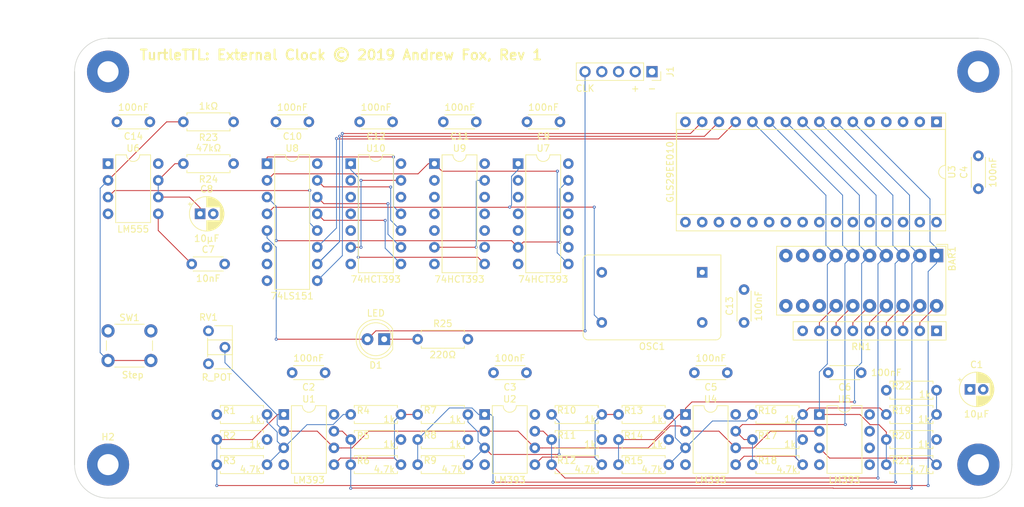
<source format=kicad_pcb>
(kicad_pcb (version 20171130) (host pcbnew "(5.1.0-0)")
  (title_block (title "TurtleTTL: External Clock") (comment 4 "External board to generate a clock signal."))
  (layers (0 F.Cu signal) (1 In1.Cu power hide) (2 In2.Cu power hide) (31 B.Cu signal) (34 B.Paste user) (35 F.Paste user) (36 B.SilkS user) (37 F.SilkS user) (38 B.Mask user) (39 F.Mask user) (44 Edge.Cuts user))
  (net 0 "")
  (net 1 GND)
  (net 2 VCC)
  (net 3 "Net-(RV1-Pad2)")
  (net 4 ClockRate2)
  (net 5 ClockRate1)
  (net 6 ClockRate0)
  (net 7 CLK)
  (net 8 "Net-(D1-Pad1)")
  (net 9 "Net-(R1-Pad2)")
  (net 10 "Net-(R4-Pad2)")
  (net 11 "Net-(R10-Pad1)")
  (net 12 "Net-(R10-Pad2)")
  (net 13 "Net-(R13-Pad2)")
  (net 14 "Net-(R16-Pad2)")
  (net 15 "Net-(R19-Pad2)")
  (net 16 "Net-(OSC1-Pad8)")
  (net 17 "Net-(U10-Pad10)")
  (net 18 "Net-(BAR1-Pad20)")
  (net 19 "Net-(BAR1-Pad19)")
  (net 20 "Net-(BAR1-Pad18)")
  (net 21 "Net-(BAR1-Pad17)")
  (net 22 "Net-(BAR1-Pad7)")
  (net 23 "Net-(BAR1-Pad6)")
  (net 24 "Net-(BAR1-Pad5)")
  (net 25 "Net-(BAR1-Pad16)")
  (net 26 "Net-(BAR1-Pad15)")
  (net 27 "Net-(BAR1-Pad14)")
  (net 28 "Net-(BAR1-Pad4)")
  (net 29 "Net-(BAR1-Pad3)")
  (net 30 "Net-(BAR1-Pad2)")
  (net 31 "Net-(BAR1-Pad1)")
  (net 32 "Net-(C7-Pad1)")
  (net 33 "Net-(C8-Pad1)")
  (net 34 "Net-(R23-Pad2)")
  (net 35 "Net-(U6-Pad3)")
  (net 36 "Net-(U7-Pad13)")
  (net 37 "Net-(U7-Pad8)")
  (net 38 "Net-(U10-Pad9)")
  (net 39 "Net-(U10-Pad8)")
  (net 40 "Net-(U10-Pad11)")
  (net 41 "Net-(U9-Pad13)")
  (net 42 "Net-(U10-Pad1)")
  (net 43 "Net-(U10-Pad13)")
  (module MountingHole:MountingHole_3.2mm_M3_Pad (layer F.Cu) (at 264.16 341.63)
    (fp_text reference H2 (at 0 -4.2) (layer F.SilkS))
    (fp_text value MountingHole_Pad)
    (pad 1 thru_hole circle (at 0 0) (size 6.4 6.4) (drill 3.2) (layers *.Cu *.Mask) (net 1 GND))
  )
  (module Package_DIP:DIP-8_W7.62mm (layer F.Cu) (at 372.11 334.01)
    (fp_text reference U5 (at 3.81 -2.33) (layer F.SilkS))
    (fp_text value LM393 (at 3.81 9.95) (layer F.SilkS))
    (pad 8 thru_hole oval (at 7.62 0) (size 1.6 1.6) (drill 0.8) (layers *.Cu *.Mask) (net 2 VCC))
    (pad 4 thru_hole oval (at 0 7.62) (size 1.6 1.6) (drill 0.8) (layers *.Cu *.Mask) (net 1 GND))
    (pad 7 thru_hole oval (at 7.62 2.54) (size 1.6 1.6) (drill 0.8) (layers *.Cu *.Mask))
    (pad 3 thru_hole oval (at 0 5.08) (size 1.6 1.6) (drill 0.8) (layers *.Cu *.Mask) (net 15 "Net-(R19-Pad2)"))
    (pad 6 thru_hole oval (at 7.62 5.08) (size 1.6 1.6) (drill 0.8) (layers *.Cu *.Mask) (net 2 VCC))
    (pad 2 thru_hole oval (at 0 2.54) (size 1.6 1.6) (drill 0.8) (layers *.Cu *.Mask) (net 3 "Net-(RV1-Pad2)"))
    (pad 5 thru_hole oval (at 7.62 7.62) (size 1.6 1.6) (drill 0.8) (layers *.Cu *.Mask) (net 2 VCC))
    (pad 1 thru_hole rect (at 0 0) (size 1.6 1.6) (drill 0.8) (layers *.Cu *.Mask) (net 22 "Net-(BAR1-Pad7)"))
  )
  (module Resistor_THT:R_Array_SIP9 (layer F.Cu) (at 389.89 321.31 180)
    (fp_text reference RN1 (at 11.43 -2.4 180) (layer F.SilkS))
    (fp_text value R_Network08)
    (pad 9 thru_hole oval (at 20.32 0 180) (size 1.6 1.6) (drill 0.8) (layers *.Cu *.Mask))
    (pad 8 thru_hole oval (at 17.78 0 180) (size 1.6 1.6) (drill 0.8) (layers *.Cu *.Mask) (net 27 "Net-(BAR1-Pad14)"))
    (pad 7 thru_hole oval (at 15.24 0 180) (size 1.6 1.6) (drill 0.8) (layers *.Cu *.Mask) (net 26 "Net-(BAR1-Pad15)"))
    (pad 6 thru_hole oval (at 12.7 0 180) (size 1.6 1.6) (drill 0.8) (layers *.Cu *.Mask) (net 25 "Net-(BAR1-Pad16)"))
    (pad 5 thru_hole oval (at 10.16 0 180) (size 1.6 1.6) (drill 0.8) (layers *.Cu *.Mask) (net 21 "Net-(BAR1-Pad17)"))
    (pad 4 thru_hole oval (at 7.62 0 180) (size 1.6 1.6) (drill 0.8) (layers *.Cu *.Mask) (net 20 "Net-(BAR1-Pad18)"))
    (pad 3 thru_hole oval (at 5.08 0 180) (size 1.6 1.6) (drill 0.8) (layers *.Cu *.Mask) (net 19 "Net-(BAR1-Pad19)"))
    (pad 2 thru_hole oval (at 2.54 0 180) (size 1.6 1.6) (drill 0.8) (layers *.Cu *.Mask) (net 18 "Net-(BAR1-Pad20)"))
    (pad 1 thru_hole rect (at 0 0 180) (size 1.6 1.6) (drill 0.8) (layers *.Cu *.Mask) (net 1 GND))
  )
  (module Display:HDSP-4830 (layer F.Cu) (at 389.89 309.88 270)
    (fp_text reference BAR1 (at 0.47 -2.37 270) (layer F.SilkS))
    (fp_text value HDSP-4830_2)
    (pad 20 thru_hole circle (at 7.62 0 180) (size 2.032 2.032) (drill 0.9144) (layers *.Cu *.Mask) (net 18 "Net-(BAR1-Pad20)"))
    (pad 19 thru_hole circle (at 7.62 2.54 180) (size 2.032 2.032) (drill 0.9144) (layers *.Cu *.Mask) (net 19 "Net-(BAR1-Pad19)"))
    (pad 18 thru_hole circle (at 7.62 5.08 180) (size 2.032 2.032) (drill 0.9144) (layers *.Cu *.Mask) (net 20 "Net-(BAR1-Pad18)"))
    (pad 17 thru_hole circle (at 7.62 7.62 180) (size 2.032 2.032) (drill 0.9144) (layers *.Cu *.Mask) (net 21 "Net-(BAR1-Pad17)"))
    (pad 9 thru_hole circle (at 0 20.32 180) (size 2.032 2.032) (drill 0.9144) (layers *.Cu *.Mask))
    (pad 10 thru_hole circle (at 0 22.86 180) (size 2.032 2.032) (drill 0.9144) (layers *.Cu *.Mask))
    (pad 11 thru_hole circle (at 7.62 22.86 180) (size 2.032 2.032) (drill 0.9144) (layers *.Cu *.Mask))
    (pad 12 thru_hole circle (at 7.62 20.32 180) (size 2.032 2.032) (drill 0.9144) (layers *.Cu *.Mask))
    (pad 8 thru_hole circle (at 0 17.78 180) (size 2.032 2.032) (drill 0.9144) (layers *.Cu *.Mask))
    (pad 7 thru_hole circle (at 0 15.24 180) (size 2.032 2.032) (drill 0.9144) (layers *.Cu *.Mask) (net 22 "Net-(BAR1-Pad7)"))
    (pad 6 thru_hole circle (at 0 12.7 180) (size 2.032 2.032) (drill 0.9144) (layers *.Cu *.Mask) (net 23 "Net-(BAR1-Pad6)"))
    (pad 5 thru_hole circle (at 0 10.16 180) (size 2.032 2.032) (drill 0.9144) (layers *.Cu *.Mask) (net 24 "Net-(BAR1-Pad5)"))
    (pad 16 thru_hole circle (at 7.62 10.16 180) (size 2.032 2.032) (drill 0.9144) (layers *.Cu *.Mask) (net 25 "Net-(BAR1-Pad16)"))
    (pad 15 thru_hole circle (at 7.62 12.7 180) (size 2.032 2.032) (drill 0.9144) (layers *.Cu *.Mask) (net 26 "Net-(BAR1-Pad15)"))
    (pad 14 thru_hole circle (at 7.62 15.24 180) (size 2.032 2.032) (drill 0.9144) (layers *.Cu *.Mask) (net 27 "Net-(BAR1-Pad14)"))
    (pad 13 thru_hole circle (at 7.62 17.78 180) (size 2.032 2.032) (drill 0.9144) (layers *.Cu *.Mask))
    (pad 4 thru_hole circle (at 0 7.62 180) (size 2.032 2.032) (drill 0.9144) (layers *.Cu *.Mask) (net 28 "Net-(BAR1-Pad4)"))
    (pad 3 thru_hole circle (at 0 5.08 180) (size 2.032 2.032) (drill 0.9144) (layers *.Cu *.Mask) (net 29 "Net-(BAR1-Pad3)"))
    (pad 2 thru_hole circle (at 0 2.54 180) (size 2.032 2.032) (drill 0.9144) (layers *.Cu *.Mask) (net 30 "Net-(BAR1-Pad2)"))
    (pad 1 thru_hole rect (at 0 0 180) (size 2.032 2.032) (drill 0.9144) (layers *.Cu *.Mask) (net 31 "Net-(BAR1-Pad1)"))
  )
  (module Connector_PinSocket_2.54mm:PinSocket_1x05_P2.54mm_Vertical (layer F.Cu) (at 346.71 281.94 270)
    (fp_text reference J1 (at 0 -2.77 270) (layer F.SilkS))
    (fp_text value Conn_01x05_Female)
    (pad 5 thru_hole oval (at 0 10.16 270) (size 1.7 1.7) (drill 1) (layers *.Cu *.Mask) (net 7 CLK))
    (pad 4 thru_hole oval (at 0 7.62 270) (size 1.7 1.7) (drill 1) (layers *.Cu *.Mask))
    (pad 3 thru_hole oval (at 0 5.08 270) (size 1.7 1.7) (drill 1) (layers *.Cu *.Mask))
    (pad 2 thru_hole oval (at 0 2.54 270) (size 1.7 1.7) (drill 1) (layers *.Cu *.Mask) (net 2 VCC))
    (pad 1 thru_hole rect (at 0 0 270) (size 1.7 1.7) (drill 1) (layers *.Cu *.Mask) (net 1 GND))
  )
  (module Resistor_THT:R_Axial_DIN0207_L6.3mm_D2.5mm_P7.62mm_Horizontal (layer F.Cu) (at 382.27 330.327)
    (fp_text reference R22 (at 2.286 -0.635) (layer F.SilkS))
    (fp_text value 1k (at 5.842 0.635) (layer F.SilkS))
    (pad 2 thru_hole oval (at 7.62 0) (size 1.6 1.6) (drill 0.8) (layers *.Cu *.Mask) (net 15 "Net-(R19-Pad2)"))
    (pad 1 thru_hole circle (at 0 0) (size 1.6 1.6) (drill 0.8) (layers *.Cu *.Mask) (net 2 VCC))
  )
  (module MountingHole:MountingHole_3.2mm_M3_Pad (layer F.Cu) (at 396.24 341.63)
    (fp_text reference H4 hide)
    (fp_text value MountingHole_Pad)
    (pad 1 thru_hole circle (at 0 0) (size 6.4 6.4) (drill 3.2) (layers *.Cu *.Mask) (net 1 GND))
  )
  (module MountingHole:MountingHole_3.2mm_M3_Pad (layer F.Cu) (at 396.24 281.94)
    (fp_text reference H3 hide)
    (fp_text value MountingHole_Pad)
    (pad 1 thru_hole circle (at 0 0) (size 6.4 6.4) (drill 3.2) (layers *.Cu *.Mask) (net 1 GND))
  )
  (module MountingHole:MountingHole_3.2mm_M3_Pad (layer F.Cu) (at 264.16 281.94)
    (fp_text reference H1 hide)
    (fp_text value MountingHole_Pad)
    (pad 1 thru_hole circle (at 0 0) (size 6.4 6.4) (drill 3.2) (layers *.Cu *.Mask) (net 1 GND))
  )
  (module Oscillator:Oscillator_DIP-14 (layer F.Cu) (at 354.33 312.42 180)
    (fp_text reference OSC1 (at 7.62 -11.26 180) (layer F.SilkS))
    (fp_text value 10MHz)
    (pad 7 thru_hole circle (at 15.24 0 180) (size 1.6 1.6) (drill 0.8) (layers *.Cu *.Mask) (net 1 GND))
    (pad 8 thru_hole circle (at 15.24 -7.62 180) (size 1.6 1.6) (drill 0.8) (layers *.Cu *.Mask) (net 16 "Net-(OSC1-Pad8)"))
    (pad 14 thru_hole circle (at 0 -7.62 180) (size 1.6 1.6) (drill 0.8) (layers *.Cu *.Mask) (net 2 VCC))
    (pad 1 thru_hole rect (at 0 0 180) (size 1.6 1.6) (drill 0.8) (layers *.Cu *.Mask))
  )
  (module Resistor_THT:R_Axial_DIN0207_L6.3mm_D2.5mm_P7.62mm_Horizontal (layer F.Cu) (at 283.21 295.91 180)
    (fp_text reference R24 (at 3.81 -2.37 180) (layer F.SilkS))
    (fp_text value 47kΩ (at 3.81 2.37 180) (layer F.SilkS))
    (pad 2 thru_hole oval (at 7.62 0 180) (size 1.6 1.6) (drill 0.8) (layers *.Cu *.Mask) (net 33 "Net-(C8-Pad1)"))
    (pad 1 thru_hole circle (at 0 0 180) (size 1.6 1.6) (drill 0.8) (layers *.Cu *.Mask) (net 2 VCC))
  )
  (module Resistor_THT:R_Axial_DIN0207_L6.3mm_D2.5mm_P7.62mm_Horizontal (layer F.Cu) (at 283.21 289.56 180)
    (fp_text reference R23 (at 3.81 -2.37 180) (layer F.SilkS))
    (fp_text value 1kΩ (at 3.81 2.37 180) (layer F.SilkS))
    (pad 2 thru_hole oval (at 7.62 0 180) (size 1.6 1.6) (drill 0.8) (layers *.Cu *.Mask) (net 34 "Net-(R23-Pad2)"))
    (pad 1 thru_hole circle (at 0 0 180) (size 1.6 1.6) (drill 0.8) (layers *.Cu *.Mask) (net 2 VCC))
  )
  (module Capacitor_THT:C_Disc_D4.3mm_W1.9mm_P5.00mm (layer F.Cu) (at 276.86 311.15)
    (fp_text reference C7 (at 2.5 -2.2) (layer F.SilkS))
    (fp_text value 10nF (at 2.5 2.2) (layer F.SilkS))
    (pad 2 thru_hole circle (at 5 0) (size 1.6 1.6) (drill 0.8) (layers *.Cu *.Mask) (net 1 GND))
    (pad 1 thru_hole circle (at 0 0) (size 1.6 1.6) (drill 0.8) (layers *.Cu *.Mask) (net 32 "Net-(C7-Pad1)"))
  )
  (module Capacitor_THT:CP_Radial_D5.0mm_P2.00mm (layer F.Cu) (at 278.13 303.53)
    (fp_text reference C8 (at 1 -3.75) (layer F.SilkS))
    (fp_text value 10µF (at 1 3.75) (layer F.SilkS))
    (pad 2 thru_hole circle (at 2 0) (size 1.6 1.6) (drill 0.8) (layers *.Cu *.Mask) (net 1 GND))
    (pad 1 thru_hole rect (at 0 0) (size 1.6 1.6) (drill 0.8) (layers *.Cu *.Mask) (net 33 "Net-(C8-Pad1)"))
  )
  (module Package_DIP:DIP-14_W7.62mm (layer F.Cu) (at 300.99 295.91)
    (fp_text reference U10 (at 3.81 -2.33) (layer F.SilkS))
    (fp_text value 74HCT393 (at 3.81 17.57) (layer F.SilkS))
    (pad 14 thru_hole oval (at 7.62 0) (size 1.6 1.6) (drill 0.8) (layers *.Cu *.Mask))
    (pad 7 thru_hole oval (at 0 15.24) (size 1.6 1.6) (drill 0.8) (layers *.Cu *.Mask))
    (pad 13 thru_hole oval (at 7.62 2.54) (size 1.6 1.6) (drill 0.8) (layers *.Cu *.Mask) (net 43 "Net-(U10-Pad13)"))
    (pad 6 thru_hole oval (at 0 12.7) (size 1.6 1.6) (drill 0.8) (layers *.Cu *.Mask) (net 43 "Net-(U10-Pad13)"))
    (pad 12 thru_hole oval (at 7.62 5.08) (size 1.6 1.6) (drill 0.8) (layers *.Cu *.Mask) (net 1 GND))
    (pad 5 thru_hole oval (at 0 10.16) (size 1.6 1.6) (drill 0.8) (layers *.Cu *.Mask))
    (pad 11 thru_hole oval (at 7.62 7.62) (size 1.6 1.6) (drill 0.8) (layers *.Cu *.Mask) (net 40 "Net-(U10-Pad11)"))
    (pad 4 thru_hole oval (at 0 7.62) (size 1.6 1.6) (drill 0.8) (layers *.Cu *.Mask))
    (pad 10 thru_hole oval (at 7.62 10.16) (size 1.6 1.6) (drill 0.8) (layers *.Cu *.Mask) (net 17 "Net-(U10-Pad10)"))
    (pad 3 thru_hole oval (at 0 5.08) (size 1.6 1.6) (drill 0.8) (layers *.Cu *.Mask))
    (pad 9 thru_hole oval (at 7.62 12.7) (size 1.6 1.6) (drill 0.8) (layers *.Cu *.Mask) (net 38 "Net-(U10-Pad9)"))
    (pad 2 thru_hole oval (at 0 2.54) (size 1.6 1.6) (drill 0.8) (layers *.Cu *.Mask) (net 1 GND))
    (pad 8 thru_hole oval (at 7.62 15.24) (size 1.6 1.6) (drill 0.8) (layers *.Cu *.Mask) (net 39 "Net-(U10-Pad8)"))
    (pad 1 thru_hole rect (at 0 0) (size 1.6 1.6) (drill 0.8) (layers *.Cu *.Mask) (net 42 "Net-(U10-Pad1)"))
  )
  (module Package_DIP:DIP-14_W7.62mm (layer F.Cu) (at 313.69 295.91)
    (fp_text reference U9 (at 3.81 -2.33) (layer F.SilkS))
    (fp_text value 74HCT393 (at 3.81 17.57) (layer F.SilkS))
    (pad 14 thru_hole oval (at 7.62 0) (size 1.6 1.6) (drill 0.8) (layers *.Cu *.Mask))
    (pad 7 thru_hole oval (at 0 15.24) (size 1.6 1.6) (drill 0.8) (layers *.Cu *.Mask))
    (pad 13 thru_hole oval (at 7.62 2.54) (size 1.6 1.6) (drill 0.8) (layers *.Cu *.Mask) (net 41 "Net-(U9-Pad13)"))
    (pad 6 thru_hole oval (at 0 12.7) (size 1.6 1.6) (drill 0.8) (layers *.Cu *.Mask) (net 41 "Net-(U9-Pad13)"))
    (pad 12 thru_hole oval (at 7.62 5.08) (size 1.6 1.6) (drill 0.8) (layers *.Cu *.Mask) (net 1 GND))
    (pad 5 thru_hole oval (at 0 10.16) (size 1.6 1.6) (drill 0.8) (layers *.Cu *.Mask))
    (pad 11 thru_hole oval (at 7.62 7.62) (size 1.6 1.6) (drill 0.8) (layers *.Cu *.Mask))
    (pad 4 thru_hole oval (at 0 7.62) (size 1.6 1.6) (drill 0.8) (layers *.Cu *.Mask))
    (pad 10 thru_hole oval (at 7.62 10.16) (size 1.6 1.6) (drill 0.8) (layers *.Cu *.Mask))
    (pad 3 thru_hole oval (at 0 5.08) (size 1.6 1.6) (drill 0.8) (layers *.Cu *.Mask))
    (pad 9 thru_hole oval (at 7.62 12.7) (size 1.6 1.6) (drill 0.8) (layers *.Cu *.Mask))
    (pad 2 thru_hole oval (at 0 2.54) (size 1.6 1.6) (drill 0.8) (layers *.Cu *.Mask) (net 1 GND))
    (pad 8 thru_hole oval (at 7.62 15.24) (size 1.6 1.6) (drill 0.8) (layers *.Cu *.Mask) (net 42 "Net-(U10-Pad1)"))
    (pad 1 thru_hole rect (at 0 0) (size 1.6 1.6) (drill 0.8) (layers *.Cu *.Mask) (net 37 "Net-(U7-Pad8)"))
  )
  (module Package_DIP:DIP-16_W7.62mm (layer F.Cu) (at 288.29 295.91)
    (fp_text reference U8 (at 3.81 -2.33) (layer F.SilkS))
    (fp_text value 74LS151 (at 3.81 20.11) (layer F.SilkS))
    (pad 16 thru_hole oval (at 7.62 0) (size 1.6 1.6) (drill 0.8) (layers *.Cu *.Mask) (net 2 VCC))
    (pad 8 thru_hole oval (at 0 17.78) (size 1.6 1.6) (drill 0.8) (layers *.Cu *.Mask) (net 1 GND))
    (pad 15 thru_hole oval (at 7.62 2.54) (size 1.6 1.6) (drill 0.8) (layers *.Cu *.Mask) (net 17 "Net-(U10-Pad10)"))
    (pad 7 thru_hole oval (at 0 15.24) (size 1.6 1.6) (drill 0.8) (layers *.Cu *.Mask) (net 1 GND))
    (pad 14 thru_hole oval (at 7.62 5.08) (size 1.6 1.6) (drill 0.8) (layers *.Cu *.Mask) (net 38 "Net-(U10-Pad9)"))
    (pad 6 thru_hole oval (at 0 12.7) (size 1.6 1.6) (drill 0.8) (layers *.Cu *.Mask))
    (pad 13 thru_hole oval (at 7.62 7.62) (size 1.6 1.6) (drill 0.8) (layers *.Cu *.Mask) (net 39 "Net-(U10-Pad8)"))
    (pad 5 thru_hole oval (at 0 10.16) (size 1.6 1.6) (drill 0.8) (layers *.Cu *.Mask) (net 7 CLK))
    (pad 12 thru_hole oval (at 7.62 10.16) (size 1.6 1.6) (drill 0.8) (layers *.Cu *.Mask) (net 35 "Net-(U6-Pad3)"))
    (pad 4 thru_hole oval (at 0 7.62) (size 1.6 1.6) (drill 0.8) (layers *.Cu *.Mask) (net 16 "Net-(OSC1-Pad8)"))
    (pad 11 thru_hole oval (at 7.62 12.7) (size 1.6 1.6) (drill 0.8) (layers *.Cu *.Mask) (net 6 ClockRate0))
    (pad 3 thru_hole oval (at 0 5.08) (size 1.6 1.6) (drill 0.8) (layers *.Cu *.Mask) (net 36 "Net-(U7-Pad13)"))
    (pad 10 thru_hole oval (at 7.62 15.24) (size 1.6 1.6) (drill 0.8) (layers *.Cu *.Mask) (net 5 ClockRate1))
    (pad 2 thru_hole oval (at 0 2.54) (size 1.6 1.6) (drill 0.8) (layers *.Cu *.Mask) (net 37 "Net-(U7-Pad8)"))
    (pad 9 thru_hole oval (at 7.62 17.78) (size 1.6 1.6) (drill 0.8) (layers *.Cu *.Mask) (net 4 ClockRate2))
    (pad 1 thru_hole rect (at 0 0) (size 1.6 1.6) (drill 0.8) (layers *.Cu *.Mask) (net 40 "Net-(U10-Pad11)"))
  )
  (module Package_DIP:DIP-14_W7.62mm (layer F.Cu) (at 326.39 295.91)
    (fp_text reference U7 (at 3.81 -2.33) (layer F.SilkS))
    (fp_text value 74HCT393 (at 3.81 17.57) (layer F.SilkS))
    (pad 14 thru_hole oval (at 7.62 0) (size 1.6 1.6) (drill 0.8) (layers *.Cu *.Mask))
    (pad 7 thru_hole oval (at 0 15.24) (size 1.6 1.6) (drill 0.8) (layers *.Cu *.Mask))
    (pad 13 thru_hole oval (at 7.62 2.54) (size 1.6 1.6) (drill 0.8) (layers *.Cu *.Mask) (net 36 "Net-(U7-Pad13)"))
    (pad 6 thru_hole oval (at 0 12.7) (size 1.6 1.6) (drill 0.8) (layers *.Cu *.Mask) (net 36 "Net-(U7-Pad13)"))
    (pad 12 thru_hole oval (at 7.62 5.08) (size 1.6 1.6) (drill 0.8) (layers *.Cu *.Mask) (net 1 GND))
    (pad 5 thru_hole oval (at 0 10.16) (size 1.6 1.6) (drill 0.8) (layers *.Cu *.Mask))
    (pad 11 thru_hole oval (at 7.62 7.62) (size 1.6 1.6) (drill 0.8) (layers *.Cu *.Mask))
    (pad 4 thru_hole oval (at 0 7.62) (size 1.6 1.6) (drill 0.8) (layers *.Cu *.Mask))
    (pad 10 thru_hole oval (at 7.62 10.16) (size 1.6 1.6) (drill 0.8) (layers *.Cu *.Mask))
    (pad 3 thru_hole oval (at 0 5.08) (size 1.6 1.6) (drill 0.8) (layers *.Cu *.Mask))
    (pad 9 thru_hole oval (at 7.62 12.7) (size 1.6 1.6) (drill 0.8) (layers *.Cu *.Mask))
    (pad 2 thru_hole oval (at 0 2.54) (size 1.6 1.6) (drill 0.8) (layers *.Cu *.Mask) (net 1 GND))
    (pad 8 thru_hole oval (at 7.62 15.24) (size 1.6 1.6) (drill 0.8) (layers *.Cu *.Mask) (net 37 "Net-(U7-Pad8)"))
    (pad 1 thru_hole rect (at 0 0) (size 1.6 1.6) (drill 0.8) (layers *.Cu *.Mask) (net 16 "Net-(OSC1-Pad8)"))
  )
  (module Package_DIP:DIP-8_W7.62mm (layer F.Cu) (at 264.16 295.91)
    (fp_text reference U6 (at 3.81 -2.33) (layer F.SilkS))
    (fp_text value LM555 (at 3.81 9.95) (layer F.SilkS))
    (pad 8 thru_hole oval (at 7.62 0) (size 1.6 1.6) (drill 0.8) (layers *.Cu *.Mask) (net 2 VCC))
    (pad 4 thru_hole oval (at 0 7.62) (size 1.6 1.6) (drill 0.8) (layers *.Cu *.Mask) (net 2 VCC))
    (pad 7 thru_hole oval (at 7.62 2.54) (size 1.6 1.6) (drill 0.8) (layers *.Cu *.Mask) (net 33 "Net-(C8-Pad1)"))
    (pad 3 thru_hole oval (at 0 5.08) (size 1.6 1.6) (drill 0.8) (layers *.Cu *.Mask) (net 35 "Net-(U6-Pad3)"))
    (pad 6 thru_hole oval (at 7.62 5.08) (size 1.6 1.6) (drill 0.8) (layers *.Cu *.Mask) (net 33 "Net-(C8-Pad1)"))
    (pad 2 thru_hole oval (at 0 2.54) (size 1.6 1.6) (drill 0.8) (layers *.Cu *.Mask) (net 34 "Net-(R23-Pad2)"))
    (pad 5 thru_hole oval (at 7.62 7.62) (size 1.6 1.6) (drill 0.8) (layers *.Cu *.Mask) (net 32 "Net-(C7-Pad1)"))
    (pad 1 thru_hole rect (at 0 0) (size 1.6 1.6) (drill 0.8) (layers *.Cu *.Mask) (net 1 GND))
  )
  (module Package_DIP:DIP-8_W7.62mm (layer F.Cu) (at 351.79 334.01)
    (fp_text reference U4 (at 3.81 -2.33) (layer F.SilkS))
    (fp_text value LM393 (at 3.81 9.95) (layer F.SilkS))
    (pad 8 thru_hole oval (at 7.62 0) (size 1.6 1.6) (drill 0.8) (layers *.Cu *.Mask) (net 2 VCC))
    (pad 4 thru_hole oval (at 0 7.62) (size 1.6 1.6) (drill 0.8) (layers *.Cu *.Mask) (net 1 GND))
    (pad 7 thru_hole oval (at 7.62 2.54) (size 1.6 1.6) (drill 0.8) (layers *.Cu *.Mask) (net 23 "Net-(BAR1-Pad6)"))
    (pad 3 thru_hole oval (at 0 5.08) (size 1.6 1.6) (drill 0.8) (layers *.Cu *.Mask) (net 13 "Net-(R13-Pad2)"))
    (pad 6 thru_hole oval (at 7.62 5.08) (size 1.6 1.6) (drill 0.8) (layers *.Cu *.Mask) (net 3 "Net-(RV1-Pad2)"))
    (pad 2 thru_hole oval (at 0 2.54) (size 1.6 1.6) (drill 0.8) (layers *.Cu *.Mask) (net 3 "Net-(RV1-Pad2)"))
    (pad 5 thru_hole oval (at 7.62 7.62) (size 1.6 1.6) (drill 0.8) (layers *.Cu *.Mask) (net 14 "Net-(R16-Pad2)"))
    (pad 1 thru_hole rect (at 0 0) (size 1.6 1.6) (drill 0.8) (layers *.Cu *.Mask) (net 24 "Net-(BAR1-Pad5)"))
  )
  (module Package_DIP:DIP-32_W15.24mm_Socket (layer F.Cu) (at 389.8862 289.5582 270)
    (fp_text reference U3 (at 7.62 -2.33 270) (layer F.SilkS))
    (fp_text value GLS29EE010 (at 7.62 40.43 270) (layer F.SilkS))
    (pad 32 thru_hole oval (at 15.24 0 270) (size 1.6 1.6) (drill 0.8) (layers *.Cu *.Mask) (net 2 VCC))
    (pad 16 thru_hole oval (at 0 38.1 270) (size 1.6 1.6) (drill 0.8) (layers *.Cu *.Mask) (net 1 GND))
    (pad 31 thru_hole oval (at 15.24 2.54 270) (size 1.6 1.6) (drill 0.8) (layers *.Cu *.Mask) (net 2 VCC))
    (pad 15 thru_hole oval (at 0 35.56 270) (size 1.6 1.6) (drill 0.8) (layers *.Cu *.Mask) (net 4 ClockRate2))
    (pad 30 thru_hole oval (at 15.24 5.08 270) (size 1.6 1.6) (drill 0.8) (layers *.Cu *.Mask))
    (pad 14 thru_hole oval (at 0 33.02 270) (size 1.6 1.6) (drill 0.8) (layers *.Cu *.Mask) (net 5 ClockRate1))
    (pad 29 thru_hole oval (at 15.24 7.62 270) (size 1.6 1.6) (drill 0.8) (layers *.Cu *.Mask) (net 1 GND))
    (pad 13 thru_hole oval (at 0 30.48 270) (size 1.6 1.6) (drill 0.8) (layers *.Cu *.Mask) (net 6 ClockRate0))
    (pad 28 thru_hole oval (at 15.24 10.16 270) (size 1.6 1.6) (drill 0.8) (layers *.Cu *.Mask) (net 1 GND))
    (pad 12 thru_hole oval (at 0 27.94 270) (size 1.6 1.6) (drill 0.8) (layers *.Cu *.Mask) (net 22 "Net-(BAR1-Pad7)"))
    (pad 27 thru_hole oval (at 15.24 12.7 270) (size 1.6 1.6) (drill 0.8) (layers *.Cu *.Mask) (net 1 GND))
    (pad 11 thru_hole oval (at 0 25.4 270) (size 1.6 1.6) (drill 0.8) (layers *.Cu *.Mask) (net 23 "Net-(BAR1-Pad6)"))
    (pad 26 thru_hole oval (at 15.24 15.24 270) (size 1.6 1.6) (drill 0.8) (layers *.Cu *.Mask) (net 1 GND))
    (pad 10 thru_hole oval (at 0 22.86 270) (size 1.6 1.6) (drill 0.8) (layers *.Cu *.Mask) (net 24 "Net-(BAR1-Pad5)"))
    (pad 25 thru_hole oval (at 15.24 17.78 270) (size 1.6 1.6) (drill 0.8) (layers *.Cu *.Mask) (net 1 GND))
    (pad 9 thru_hole oval (at 0 20.32 270) (size 1.6 1.6) (drill 0.8) (layers *.Cu *.Mask) (net 28 "Net-(BAR1-Pad4)"))
    (pad 24 thru_hole oval (at 15.24 20.32 270) (size 1.6 1.6) (drill 0.8) (layers *.Cu *.Mask) (net 1 GND))
    (pad 8 thru_hole oval (at 0 17.78 270) (size 1.6 1.6) (drill 0.8) (layers *.Cu *.Mask) (net 29 "Net-(BAR1-Pad3)"))
    (pad 23 thru_hole oval (at 15.24 22.86 270) (size 1.6 1.6) (drill 0.8) (layers *.Cu *.Mask) (net 1 GND))
    (pad 7 thru_hole oval (at 0 15.24 270) (size 1.6 1.6) (drill 0.8) (layers *.Cu *.Mask) (net 30 "Net-(BAR1-Pad2)"))
    (pad 22 thru_hole oval (at 15.24 25.4 270) (size 1.6 1.6) (drill 0.8) (layers *.Cu *.Mask) (net 1 GND))
    (pad 6 thru_hole oval (at 0 12.7 270) (size 1.6 1.6) (drill 0.8) (layers *.Cu *.Mask) (net 31 "Net-(BAR1-Pad1)"))
    (pad 21 thru_hole oval (at 15.24 27.94 270) (size 1.6 1.6) (drill 0.8) (layers *.Cu *.Mask))
    (pad 5 thru_hole oval (at 0 10.16 270) (size 1.6 1.6) (drill 0.8) (layers *.Cu *.Mask) (net 1 GND))
    (pad 20 thru_hole oval (at 15.24 30.48 270) (size 1.6 1.6) (drill 0.8) (layers *.Cu *.Mask))
    (pad 4 thru_hole oval (at 0 7.62 270) (size 1.6 1.6) (drill 0.8) (layers *.Cu *.Mask) (net 1 GND))
    (pad 19 thru_hole oval (at 15.24 33.02 270) (size 1.6 1.6) (drill 0.8) (layers *.Cu *.Mask))
    (pad 3 thru_hole oval (at 0 5.08 270) (size 1.6 1.6) (drill 0.8) (layers *.Cu *.Mask) (net 1 GND))
    (pad 18 thru_hole oval (at 15.24 35.56 270) (size 1.6 1.6) (drill 0.8) (layers *.Cu *.Mask))
    (pad 2 thru_hole oval (at 0 2.54 270) (size 1.6 1.6) (drill 0.8) (layers *.Cu *.Mask) (net 1 GND))
    (pad 17 thru_hole oval (at 15.24 38.1 270) (size 1.6 1.6) (drill 0.8) (layers *.Cu *.Mask))
    (pad 1 thru_hole rect (at 0 0 270) (size 1.6 1.6) (drill 0.8) (layers *.Cu *.Mask))
  )
  (module Package_DIP:DIP-8_W7.62mm (layer F.Cu) (at 321.31 334.01)
    (fp_text reference U2 (at 3.81 -2.33) (layer F.SilkS))
    (fp_text value LM393 (at 3.81 9.95) (layer F.SilkS))
    (pad 8 thru_hole oval (at 7.62 0) (size 1.6 1.6) (drill 0.8) (layers *.Cu *.Mask) (net 2 VCC))
    (pad 4 thru_hole oval (at 0 7.62) (size 1.6 1.6) (drill 0.8) (layers *.Cu *.Mask) (net 1 GND))
    (pad 7 thru_hole oval (at 7.62 2.54) (size 1.6 1.6) (drill 0.8) (layers *.Cu *.Mask) (net 28 "Net-(BAR1-Pad4)"))
    (pad 3 thru_hole oval (at 0 5.08) (size 1.6 1.6) (drill 0.8) (layers *.Cu *.Mask) (net 11 "Net-(R10-Pad1)"))
    (pad 6 thru_hole oval (at 7.62 5.08) (size 1.6 1.6) (drill 0.8) (layers *.Cu *.Mask) (net 3 "Net-(RV1-Pad2)"))
    (pad 2 thru_hole oval (at 0 2.54) (size 1.6 1.6) (drill 0.8) (layers *.Cu *.Mask) (net 3 "Net-(RV1-Pad2)"))
    (pad 5 thru_hole oval (at 7.62 7.62) (size 1.6 1.6) (drill 0.8) (layers *.Cu *.Mask) (net 12 "Net-(R10-Pad2)"))
    (pad 1 thru_hole rect (at 0 0) (size 1.6 1.6) (drill 0.8) (layers *.Cu *.Mask) (net 29 "Net-(BAR1-Pad3)"))
  )
  (module Package_DIP:DIP-8_W7.62mm (layer F.Cu) (at 290.83 334.01)
    (fp_text reference U1 (at 3.81 -2.33) (layer F.SilkS))
    (fp_text value LM393 (at 3.81 9.95) (layer F.SilkS))
    (pad 8 thru_hole oval (at 7.62 0) (size 1.6 1.6) (drill 0.8) (layers *.Cu *.Mask) (net 2 VCC))
    (pad 4 thru_hole oval (at 0 7.62) (size 1.6 1.6) (drill 0.8) (layers *.Cu *.Mask) (net 1 GND))
    (pad 7 thru_hole oval (at 7.62 2.54) (size 1.6 1.6) (drill 0.8) (layers *.Cu *.Mask) (net 30 "Net-(BAR1-Pad2)"))
    (pad 3 thru_hole oval (at 0 5.08) (size 1.6 1.6) (drill 0.8) (layers *.Cu *.Mask) (net 9 "Net-(R1-Pad2)"))
    (pad 6 thru_hole oval (at 7.62 5.08) (size 1.6 1.6) (drill 0.8) (layers *.Cu *.Mask) (net 3 "Net-(RV1-Pad2)"))
    (pad 2 thru_hole oval (at 0 2.54) (size 1.6 1.6) (drill 0.8) (layers *.Cu *.Mask) (net 3 "Net-(RV1-Pad2)"))
    (pad 5 thru_hole oval (at 7.62 7.62) (size 1.6 1.6) (drill 0.8) (layers *.Cu *.Mask) (net 10 "Net-(R4-Pad2)"))
    (pad 1 thru_hole rect (at 0 0) (size 1.6 1.6) (drill 0.8) (layers *.Cu *.Mask) (net 31 "Net-(BAR1-Pad1)"))
  )
  (module Button_Switch_THT:SW_PUSH_6mm_H5mm (layer F.Cu) (at 264.16 321.31)
    (fp_text reference SW1 (at 3.25 -2) (layer F.SilkS))
    (fp_text value Step (at 3.75 6.7) (layer F.SilkS))
    (pad 1 thru_hole circle (at 6.5 0 90) (size 2 2) (drill 1.1) (layers *.Cu *.Mask) (net 1 GND))
    (pad 2 thru_hole circle (at 6.5 4.5 90) (size 2 2) (drill 1.1) (layers *.Cu *.Mask) (net 34 "Net-(R23-Pad2)"))
    (pad 1 thru_hole circle (at 0 0 90) (size 2 2) (drill 1.1) (layers *.Cu *.Mask) (net 1 GND))
    (pad 2 thru_hole circle (at 0 4.5 90) (size 2 2) (drill 1.1) (layers *.Cu *.Mask) (net 34 "Net-(R23-Pad2)"))
  )
  (module Potentiometer_THT:Potentiometer_ACP_CA6-H2,5_Horizontal (layer F.Cu) (at 279.4 321.31)
    (fp_text reference RV1 (at 0 -2.06) (layer F.SilkS))
    (fp_text value R_POT (at 1.27 7.06) (layer F.SilkS))
    (pad 1 thru_hole circle (at 0 0) (size 1.62 1.62) (drill 0.9) (layers *.Cu *.Mask) (net 2 VCC))
    (pad 2 thru_hole circle (at 2.5 2.5) (size 1.62 1.62) (drill 0.9) (layers *.Cu *.Mask) (net 3 "Net-(RV1-Pad2)"))
    (pad 3 thru_hole circle (at 0 5) (size 1.62 1.62) (drill 0.9) (layers *.Cu *.Mask) (net 1 GND))
  )
  (module Resistor_THT:R_Axial_DIN0207_L6.3mm_D2.5mm_P7.62mm_Horizontal (layer F.Cu) (at 311.15 322.58)
    (fp_text reference R25 (at 3.81 -2.37) (layer F.SilkS))
    (fp_text value 220Ω (at 3.81 2.37) (layer F.SilkS))
    (pad 2 thru_hole oval (at 7.62 0) (size 1.6 1.6) (drill 0.8) (layers *.Cu *.Mask) (net 1 GND))
    (pad 1 thru_hole circle (at 0 0) (size 1.6 1.6) (drill 0.8) (layers *.Cu *.Mask) (net 8 "Net-(D1-Pad1)"))
  )
  (module Resistor_THT:R_Axial_DIN0207_L6.3mm_D2.5mm_P7.62mm_Horizontal (layer F.Cu) (at 382.27 341.63)
    (fp_text reference R21 (at 2.286 -0.592) (layer F.SilkS))
    (fp_text value 4.7k (at 5.08 0.719) (layer F.SilkS))
    (pad 2 thru_hole oval (at 7.62 0) (size 1.6 1.6) (drill 0.8) (layers *.Cu *.Mask) (net 15 "Net-(R19-Pad2)"))
    (pad 1 thru_hole circle (at 0 0) (size 1.6 1.6) (drill 0.8) (layers *.Cu *.Mask) (net 22 "Net-(BAR1-Pad7)"))
  )
  (module Resistor_THT:R_Axial_DIN0207_L6.3mm_D2.5mm_P7.62mm_Horizontal (layer F.Cu) (at 382.27 337.82)
    (fp_text reference R20 (at 2.286 -0.592) (layer F.SilkS))
    (fp_text value 1k (at 5.715 0.719) (layer F.SilkS))
    (pad 2 thru_hole oval (at 7.62 0) (size 1.6 1.6) (drill 0.8) (layers *.Cu *.Mask) (net 2 VCC))
    (pad 1 thru_hole circle (at 0 0) (size 1.6 1.6) (drill 0.8) (layers *.Cu *.Mask) (net 22 "Net-(BAR1-Pad7)"))
  )
  (module Resistor_THT:R_Axial_DIN0207_L6.3mm_D2.5mm_P7.62mm_Horizontal (layer F.Cu) (at 382.27 334.01)
    (fp_text reference R19 (at 2.286 -0.592) (layer F.SilkS))
    (fp_text value 1k (at 5.715 0.719) (layer F.SilkS))
    (pad 2 thru_hole oval (at 7.62 0) (size 1.6 1.6) (drill 0.8) (layers *.Cu *.Mask) (net 15 "Net-(R19-Pad2)"))
    (pad 1 thru_hole circle (at 0 0) (size 1.6 1.6) (drill 0.8) (layers *.Cu *.Mask) (net 14 "Net-(R16-Pad2)"))
  )
  (module Resistor_THT:R_Axial_DIN0207_L6.3mm_D2.5mm_P7.62mm_Horizontal (layer F.Cu) (at 361.95 341.63)
    (fp_text reference R18 (at 2.286 -0.592) (layer F.SilkS))
    (fp_text value 4.7k (at 5.207 0.719) (layer F.SilkS))
    (pad 2 thru_hole oval (at 7.62 0) (size 1.6 1.6) (drill 0.8) (layers *.Cu *.Mask) (net 14 "Net-(R16-Pad2)"))
    (pad 1 thru_hole circle (at 0 0) (size 1.6 1.6) (drill 0.8) (layers *.Cu *.Mask) (net 23 "Net-(BAR1-Pad6)"))
  )
  (module Resistor_THT:R_Axial_DIN0207_L6.3mm_D2.5mm_P7.62mm_Horizontal (layer F.Cu) (at 361.95 337.82)
    (fp_text reference R17 (at 2.286 -0.592) (layer F.SilkS))
    (fp_text value 1k (at 5.715 0.719) (layer F.SilkS))
    (pad 2 thru_hole oval (at 7.62 0) (size 1.6 1.6) (drill 0.8) (layers *.Cu *.Mask) (net 2 VCC))
    (pad 1 thru_hole circle (at 0 0) (size 1.6 1.6) (drill 0.8) (layers *.Cu *.Mask) (net 23 "Net-(BAR1-Pad6)"))
  )
  (module Resistor_THT:R_Axial_DIN0207_L6.3mm_D2.5mm_P7.62mm_Horizontal (layer F.Cu) (at 361.95 334.01)
    (fp_text reference R16 (at 2.286 -0.592) (layer F.SilkS))
    (fp_text value 1k (at 5.715 0.719) (layer F.SilkS))
    (pad 2 thru_hole oval (at 7.62 0) (size 1.6 1.6) (drill 0.8) (layers *.Cu *.Mask) (net 14 "Net-(R16-Pad2)"))
    (pad 1 thru_hole circle (at 0 0) (size 1.6 1.6) (drill 0.8) (layers *.Cu *.Mask) (net 13 "Net-(R13-Pad2)"))
  )
  (module Resistor_THT:R_Axial_DIN0207_L6.3mm_D2.5mm_P7.62mm_Horizontal (layer F.Cu) (at 341.63 341.63)
    (fp_text reference R15 (at 2.286 -0.592) (layer F.SilkS))
    (fp_text value 4.7k (at 5.08 0.719) (layer F.SilkS))
    (pad 2 thru_hole oval (at 7.62 0) (size 1.6 1.6) (drill 0.8) (layers *.Cu *.Mask) (net 13 "Net-(R13-Pad2)"))
    (pad 1 thru_hole circle (at 0 0) (size 1.6 1.6) (drill 0.8) (layers *.Cu *.Mask) (net 24 "Net-(BAR1-Pad5)"))
  )
  (module Resistor_THT:R_Axial_DIN0207_L6.3mm_D2.5mm_P7.62mm_Horizontal (layer F.Cu) (at 341.63 337.82)
    (fp_text reference R14 (at 2.286 -0.592) (layer F.SilkS))
    (fp_text value 1k (at 5.842 0.719) (layer F.SilkS))
    (pad 2 thru_hole oval (at 7.62 0) (size 1.6 1.6) (drill 0.8) (layers *.Cu *.Mask) (net 2 VCC))
    (pad 1 thru_hole circle (at 0 0) (size 1.6 1.6) (drill 0.8) (layers *.Cu *.Mask) (net 24 "Net-(BAR1-Pad5)"))
  )
  (module Resistor_THT:R_Axial_DIN0207_L6.3mm_D2.5mm_P7.62mm_Horizontal (layer F.Cu) (at 341.63 334.01)
    (fp_text reference R13 (at 2.286 -0.592) (layer F.SilkS))
    (fp_text value 1k (at 5.842 0.719) (layer F.SilkS))
    (pad 2 thru_hole oval (at 7.62 0) (size 1.6 1.6) (drill 0.8) (layers *.Cu *.Mask) (net 13 "Net-(R13-Pad2)"))
    (pad 1 thru_hole circle (at 0 0) (size 1.6 1.6) (drill 0.8) (layers *.Cu *.Mask) (net 12 "Net-(R10-Pad2)"))
  )
  (module Resistor_THT:R_Axial_DIN0207_L6.3mm_D2.5mm_P7.62mm_Horizontal (layer F.Cu) (at 331.47 341.63)
    (fp_text reference R12 (at 2.286 -0.635) (layer F.SilkS))
    (fp_text value 4.7k (at 5.08 0.719) (layer F.SilkS))
    (pad 2 thru_hole oval (at 7.62 0) (size 1.6 1.6) (drill 0.8) (layers *.Cu *.Mask) (net 12 "Net-(R10-Pad2)"))
    (pad 1 thru_hole circle (at 0 0) (size 1.6 1.6) (drill 0.8) (layers *.Cu *.Mask) (net 28 "Net-(BAR1-Pad4)"))
  )
  (module Resistor_THT:R_Axial_DIN0207_L6.3mm_D2.5mm_P7.62mm_Horizontal (layer F.Cu) (at 331.47 337.82)
    (fp_text reference R11 (at 2.286 -0.635) (layer F.SilkS))
    (fp_text value 1k (at 5.842 0.719) (layer F.SilkS))
    (pad 2 thru_hole oval (at 7.62 0) (size 1.6 1.6) (drill 0.8) (layers *.Cu *.Mask) (net 2 VCC))
    (pad 1 thru_hole circle (at 0 0) (size 1.6 1.6) (drill 0.8) (layers *.Cu *.Mask) (net 28 "Net-(BAR1-Pad4)"))
  )
  (module Resistor_THT:R_Axial_DIN0207_L6.3mm_D2.5mm_P7.62mm_Horizontal (layer F.Cu) (at 331.47 334.01)
    (fp_text reference R10 (at 2.286 -0.635) (layer F.SilkS))
    (fp_text value 1k (at 5.842 0.719) (layer F.SilkS))
    (pad 2 thru_hole oval (at 7.62 0) (size 1.6 1.6) (drill 0.8) (layers *.Cu *.Mask) (net 12 "Net-(R10-Pad2)"))
    (pad 1 thru_hole circle (at 0 0) (size 1.6 1.6) (drill 0.8) (layers *.Cu *.Mask) (net 11 "Net-(R10-Pad1)"))
  )
  (module Resistor_THT:R_Axial_DIN0207_L6.3mm_D2.5mm_P7.62mm_Horizontal (layer F.Cu) (at 311.15 341.63)
    (fp_text reference R9 (at 1.905 -0.635) (layer F.SilkS))
    (fp_text value 4.7k (at 5.207 0.719) (layer F.SilkS))
    (pad 2 thru_hole oval (at 7.62 0) (size 1.6 1.6) (drill 0.8) (layers *.Cu *.Mask) (net 11 "Net-(R10-Pad1)"))
    (pad 1 thru_hole circle (at 0 0) (size 1.6 1.6) (drill 0.8) (layers *.Cu *.Mask) (net 29 "Net-(BAR1-Pad3)"))
  )
  (module Resistor_THT:R_Axial_DIN0207_L6.3mm_D2.5mm_P7.62mm_Horizontal (layer F.Cu) (at 311.15 337.82)
    (fp_text reference R8 (at 1.905 -0.635) (layer F.SilkS))
    (fp_text value 1k (at 5.715 0.719) (layer F.SilkS))
    (pad 2 thru_hole oval (at 7.62 0) (size 1.6 1.6) (drill 0.8) (layers *.Cu *.Mask) (net 2 VCC))
    (pad 1 thru_hole circle (at 0 0) (size 1.6 1.6) (drill 0.8) (layers *.Cu *.Mask) (net 29 "Net-(BAR1-Pad3)"))
  )
  (module Resistor_THT:R_Axial_DIN0207_L6.3mm_D2.5mm_P7.62mm_Horizontal (layer F.Cu) (at 311.15 334.01)
    (fp_text reference R7 (at 1.905 -0.635) (layer F.SilkS))
    (fp_text value 1k (at 5.715 0.719) (layer F.SilkS))
    (pad 2 thru_hole oval (at 7.62 0) (size 1.6 1.6) (drill 0.8) (layers *.Cu *.Mask) (net 11 "Net-(R10-Pad1)"))
    (pad 1 thru_hole circle (at 0 0) (size 1.6 1.6) (drill 0.8) (layers *.Cu *.Mask) (net 10 "Net-(R4-Pad2)"))
  )
  (module Resistor_THT:R_Axial_DIN0207_L6.3mm_D2.5mm_P7.62mm_Horizontal (layer F.Cu) (at 300.99 341.63)
    (fp_text reference R6 (at 1.905 -0.592) (layer F.SilkS))
    (fp_text value 4.7k (at 5.08 0.719) (layer F.SilkS))
    (pad 2 thru_hole oval (at 7.62 0) (size 1.6 1.6) (drill 0.8) (layers *.Cu *.Mask) (net 10 "Net-(R4-Pad2)"))
    (pad 1 thru_hole circle (at 0 0) (size 1.6 1.6) (drill 0.8) (layers *.Cu *.Mask) (net 30 "Net-(BAR1-Pad2)"))
  )
  (module Resistor_THT:R_Axial_DIN0207_L6.3mm_D2.5mm_P7.62mm_Horizontal (layer F.Cu) (at 300.99 337.82)
    (fp_text reference R5 (at 1.905 -0.592) (layer F.SilkS))
    (fp_text value 1k (at 5.842 0.719) (layer F.SilkS))
    (pad 2 thru_hole oval (at 7.62 0) (size 1.6 1.6) (drill 0.8) (layers *.Cu *.Mask) (net 2 VCC))
    (pad 1 thru_hole circle (at 0 0) (size 1.6 1.6) (drill 0.8) (layers *.Cu *.Mask) (net 30 "Net-(BAR1-Pad2)"))
  )
  (module Resistor_THT:R_Axial_DIN0207_L6.3mm_D2.5mm_P7.62mm_Horizontal (layer F.Cu) (at 300.99 334.01)
    (fp_text reference R4 (at 1.905 -0.592) (layer F.SilkS))
    (fp_text value 1k (at 5.842 0.719) (layer F.SilkS))
    (pad 2 thru_hole oval (at 7.62 0) (size 1.6 1.6) (drill 0.8) (layers *.Cu *.Mask) (net 10 "Net-(R4-Pad2)"))
    (pad 1 thru_hole circle (at 0 0) (size 1.6 1.6) (drill 0.8) (layers *.Cu *.Mask) (net 9 "Net-(R1-Pad2)"))
  )
  (module Resistor_THT:R_Axial_DIN0207_L6.3mm_D2.5mm_P7.62mm_Horizontal (layer F.Cu) (at 280.67 341.63)
    (fp_text reference R3 (at 1.905 -0.592) (layer F.SilkS))
    (fp_text value 4.7k (at 5.08 0.719) (layer F.SilkS))
    (pad 2 thru_hole oval (at 7.62 0) (size 1.6 1.6) (drill 0.8) (layers *.Cu *.Mask) (net 9 "Net-(R1-Pad2)"))
    (pad 1 thru_hole circle (at 0 0) (size 1.6 1.6) (drill 0.8) (layers *.Cu *.Mask) (net 31 "Net-(BAR1-Pad1)"))
  )
  (module Resistor_THT:R_Axial_DIN0207_L6.3mm_D2.5mm_P7.62mm_Horizontal (layer F.Cu) (at 280.67 337.82)
    (fp_text reference R2 (at 1.905 -0.592) (layer F.SilkS))
    (fp_text value 1k (at 5.842 0.719) (layer F.SilkS))
    (pad 2 thru_hole oval (at 7.62 0) (size 1.6 1.6) (drill 0.8) (layers *.Cu *.Mask) (net 2 VCC))
    (pad 1 thru_hole circle (at 0 0) (size 1.6 1.6) (drill 0.8) (layers *.Cu *.Mask) (net 31 "Net-(BAR1-Pad1)"))
  )
  (module Resistor_THT:R_Axial_DIN0207_L6.3mm_D2.5mm_P7.62mm_Horizontal (layer F.Cu) (at 280.67 334.01)
    (fp_text reference R1 (at 1.905 -0.592) (layer F.SilkS))
    (fp_text value 1k (at 5.842 0.719) (layer F.SilkS))
    (pad 2 thru_hole oval (at 7.62 0) (size 1.6 1.6) (drill 0.8) (layers *.Cu *.Mask) (net 9 "Net-(R1-Pad2)"))
    (pad 1 thru_hole circle (at 0 0) (size 1.6 1.6) (drill 0.8) (layers *.Cu *.Mask) (net 1 GND))
  )
  (module LED_THT:LED_D5.0mm (layer F.Cu) (at 306.07 322.58 180)
    (fp_text reference D1 (at 1.27 -3.96 180) (layer F.SilkS))
    (fp_text value LED (at 1.27 3.96 180) (layer F.SilkS))
    (pad 2 thru_hole circle (at 2.54 0 180) (size 1.8 1.8) (drill 0.9) (layers *.Cu *.Mask) (net 7 CLK))
    (pad 1 thru_hole rect (at 0 0 180) (size 1.8 1.8) (drill 0.9) (layers *.Cu *.Mask) (net 8 "Net-(D1-Pad1)"))
  )
  (module Capacitor_THT:C_Disc_D4.3mm_W1.9mm_P5.00mm (layer F.Cu) (at 270.51 289.56 180)
    (fp_text reference C14 (at 2.5 -2.2 180) (layer F.SilkS))
    (fp_text value 100nF (at 2.5 2.2 180) (layer F.SilkS))
    (pad 2 thru_hole circle (at 5 0 180) (size 1.6 1.6) (drill 0.8) (layers *.Cu *.Mask) (net 1 GND))
    (pad 1 thru_hole circle (at 0 0 180) (size 1.6 1.6) (drill 0.8) (layers *.Cu *.Mask) (net 2 VCC))
  )
  (module Capacitor_THT:C_Disc_D4.3mm_W1.9mm_P5.00mm (layer F.Cu) (at 360.68 320.04 90)
    (fp_text reference C13 (at 2.5 -2.2 90) (layer F.SilkS))
    (fp_text value 100nF (at 2.5 2.2 90) (layer F.SilkS))
    (pad 2 thru_hole circle (at 5 0 90) (size 1.6 1.6) (drill 0.8) (layers *.Cu *.Mask) (net 1 GND))
    (pad 1 thru_hole circle (at 0 0 90) (size 1.6 1.6) (drill 0.8) (layers *.Cu *.Mask) (net 2 VCC))
  )
  (module Capacitor_THT:C_Disc_D4.3mm_W1.9mm_P5.00mm (layer F.Cu) (at 307.34 289.56 180)
    (fp_text reference C12 (at 2.5 -2.2 180) (layer F.SilkS))
    (fp_text value 100nF (at 2.5 2.2 180) (layer F.SilkS))
    (pad 2 thru_hole circle (at 5 0 180) (size 1.6 1.6) (drill 0.8) (layers *.Cu *.Mask) (net 1 GND))
    (pad 1 thru_hole circle (at 0 0 180) (size 1.6 1.6) (drill 0.8) (layers *.Cu *.Mask) (net 2 VCC))
  )
  (module Capacitor_THT:C_Disc_D4.3mm_W1.9mm_P5.00mm (layer F.Cu) (at 320.04 289.56 180)
    (fp_text reference C11 (at 2.5 -2.2 180) (layer F.SilkS))
    (fp_text value 100nF (at 2.5 2.2 180) (layer F.SilkS))
    (pad 2 thru_hole circle (at 5 0 180) (size 1.6 1.6) (drill 0.8) (layers *.Cu *.Mask) (net 1 GND))
    (pad 1 thru_hole circle (at 0 0 180) (size 1.6 1.6) (drill 0.8) (layers *.Cu *.Mask) (net 2 VCC))
  )
  (module Capacitor_THT:C_Disc_D4.3mm_W1.9mm_P5.00mm (layer F.Cu) (at 294.64 289.56 180)
    (fp_text reference C10 (at 2.5 -2.2 180) (layer F.SilkS))
    (fp_text value 100nF (at 2.5 2.2 180) (layer F.SilkS))
    (pad 2 thru_hole circle (at 5 0 180) (size 1.6 1.6) (drill 0.8) (layers *.Cu *.Mask) (net 1 GND))
    (pad 1 thru_hole circle (at 0 0 180) (size 1.6 1.6) (drill 0.8) (layers *.Cu *.Mask) (net 2 VCC))
  )
  (module Capacitor_THT:C_Disc_D4.3mm_W1.9mm_P5.00mm (layer F.Cu) (at 332.74 289.56 180)
    (fp_text reference C9 (at 2.5 -2.2 180) (layer F.SilkS))
    (fp_text value 100nF (at 2.5 2.2 180) (layer F.SilkS))
    (pad 2 thru_hole circle (at 5 0 180) (size 1.6 1.6) (drill 0.8) (layers *.Cu *.Mask) (net 1 GND))
    (pad 1 thru_hole circle (at 0 0 180) (size 1.6 1.6) (drill 0.8) (layers *.Cu *.Mask) (net 2 VCC))
  )
  (module Capacitor_THT:C_Disc_D4.3mm_W1.9mm_P5.00mm (layer F.Cu) (at 378.46 327.66 180)
    (fp_text reference C6 (at 2.5 -2.2 180) (layer F.SilkS))
    (fp_text value 100nF (at -3.81 0 180) (layer F.SilkS))
    (pad 2 thru_hole circle (at 5 0 180) (size 1.6 1.6) (drill 0.8) (layers *.Cu *.Mask) (net 1 GND))
    (pad 1 thru_hole circle (at 0 0 180) (size 1.6 1.6) (drill 0.8) (layers *.Cu *.Mask) (net 2 VCC))
  )
  (module Capacitor_THT:C_Disc_D4.3mm_W1.9mm_P5.00mm (layer F.Cu) (at 358.14 327.66 180)
    (fp_text reference C5 (at 2.5 -2.2 180) (layer F.SilkS))
    (fp_text value 100nF (at 2.5 2.2 180) (layer F.SilkS))
    (pad 2 thru_hole circle (at 5 0 180) (size 1.6 1.6) (drill 0.8) (layers *.Cu *.Mask) (net 1 GND))
    (pad 1 thru_hole circle (at 0 0 180) (size 1.6 1.6) (drill 0.8) (layers *.Cu *.Mask) (net 2 VCC))
  )
  (module Capacitor_THT:C_Disc_D4.3mm_W1.9mm_P5.00mm (layer F.Cu) (at 396.24 299.72 90)
    (fp_text reference C4 (at 2.5 -2.2 90) (layer F.SilkS))
    (fp_text value 100nF (at 2.5 2.2 90) (layer F.SilkS))
    (pad 2 thru_hole circle (at 5 0 90) (size 1.6 1.6) (drill 0.8) (layers *.Cu *.Mask) (net 1 GND))
    (pad 1 thru_hole circle (at 0 0 90) (size 1.6 1.6) (drill 0.8) (layers *.Cu *.Mask) (net 2 VCC))
  )
  (module Capacitor_THT:C_Disc_D4.3mm_W1.9mm_P5.00mm (layer F.Cu) (at 327.66 327.66 180)
    (fp_text reference C3 (at 2.5 -2.2 180) (layer F.SilkS))
    (fp_text value 100nF (at 2.5 2.2 180) (layer F.SilkS))
    (pad 2 thru_hole circle (at 5 0 180) (size 1.6 1.6) (drill 0.8) (layers *.Cu *.Mask) (net 1 GND))
    (pad 1 thru_hole circle (at 0 0 180) (size 1.6 1.6) (drill 0.8) (layers *.Cu *.Mask) (net 2 VCC))
  )
  (module Capacitor_THT:C_Disc_D4.3mm_W1.9mm_P5.00mm (layer F.Cu) (at 297.1 327.66 180)
    (fp_text reference C2 (at 2.5 -2.2 180) (layer F.SilkS))
    (fp_text value 100nF (at 2.5 2.2 180) (layer F.SilkS))
    (pad 2 thru_hole circle (at 5 0 180) (size 1.6 1.6) (drill 0.8) (layers *.Cu *.Mask) (net 1 GND))
    (pad 1 thru_hole circle (at 0 0 180) (size 1.6 1.6) (drill 0.8) (layers *.Cu *.Mask) (net 2 VCC))
  )
  (module Capacitor_THT:CP_Radial_D5.0mm_P2.00mm (layer F.Cu) (at 394.97 330.2)
    (fp_text reference C1 (at 1 -3.75) (layer F.SilkS))
    (fp_text value 10µF (at 1 3.75) (layer F.SilkS))
    (pad 2 thru_hole circle (at 2 0) (size 1.6 1.6) (drill 0.8) (layers *.Cu *.Mask) (net 1 GND))
    (pad 1 thru_hole rect (at 0 0) (size 1.6 1.6) (drill 0.8) (layers *.Cu *.Mask) (net 2 VCC))
  )
  (gr_text CLK (at 336.55 284.48) (layer F.SilkS) (effects (font (size 1 1))))
  (gr_text - (at 346.71 284.48) (layer F.SilkS) (effects (font (size 1 1))))
  (gr_text + (at 344.17 284.48) (layer F.SilkS) (effects (font (size 1 1))))
  (gr_text "TurtleTTL: External Clock © 2019 Andrew Fox, Rev 1" (at 330.2 279.4) (layer F.SilkS) (effects (font (size 1.5 1.5) (thickness 0.3)) (justify right)))
  (gr_arc (start 264.16 281.94) (end 264.16 276.86) (angle -90) (layer Edge.Cuts) (width 0.1))
  (gr_arc (start 264.16 341.63) (end 259.08 341.63) (angle -90) (layer Edge.Cuts) (width 0.1))
  (gr_arc (start 396.24 341.63) (end 396.24 346.71) (angle -90) (layer Edge.Cuts) (width 0.1))
  (gr_arc (start 396.24 281.94) (end 401.32 281.94) (angle -90) (layer Edge.Cuts) (width 0.1))
  (gr_line (start 396.24 346.71) (end 264.16 346.71) (layer Edge.Cuts) (width 0.1))
  (gr_line (start 401.32 281.94) (end 401.32 341.63) (layer Edge.Cuts) (width 0.1))
  (gr_line (start 259.08 281.94) (end 259.08 341.63) (layer Edge.Cuts) (width 0.15))
  (gr_line (start 396.24 276.86) (end 264.16 276.86) (layer Edge.Cuts) (width 0.15))
  (segment (start 360.54137 339.09) (end 359.41 339.09) (width 0.127) (layer F.Cu) (net 3))
  (segment (start 362.145942 339.09) (end 360.54137 339.09) (width 0.127) (layer F.Cu) (net 3))
  (segment (start 364.685942 336.55) (end 362.145942 339.09) (width 0.127) (layer F.Cu) (net 3))
  (segment (start 372.11 336.55) (end 364.685942 336.55) (width 0.127) (layer F.Cu) (net 3))
  (segment (start 356.87 336.55) (end 351.79 336.55) (width 0.127) (layer F.Cu) (net 3))
  (segment (start 359.41 339.09) (end 356.87 336.55) (width 0.127) (layer F.Cu) (net 3))
  (segment (start 346.142224 339.09) (end 330.06137 339.09) (width 0.127) (layer F.Cu) (net 3))
  (segment (start 349.482223 335.750001) (end 346.142224 339.09) (width 0.127) (layer F.Cu) (net 3))
  (segment (start 330.06137 339.09) (end 328.93 339.09) (width 0.127) (layer F.Cu) (net 3))
  (segment (start 350.990001 335.750001) (end 349.482223 335.750001) (width 0.127) (layer F.Cu) (net 3))
  (segment (start 351.79 336.55) (end 350.990001 335.750001) (width 0.127) (layer F.Cu) (net 3))
  (segment (start 326.39 336.55) (end 321.31 336.55) (width 0.127) (layer F.Cu) (net 3))
  (segment (start 328.93 339.09) (end 326.39 336.55) (width 0.127) (layer F.Cu) (net 3))
  (segment (start 299.58137 339.09) (end 298.45 339.09) (width 0.127) (layer F.Cu) (net 3))
  (segment (start 301.185942 339.09) (end 299.58137 339.09) (width 0.127) (layer F.Cu) (net 3))
  (segment (start 303.725942 336.55) (end 301.185942 339.09) (width 0.127) (layer F.Cu) (net 3))
  (segment (start 321.31 336.55) (end 303.725942 336.55) (width 0.127) (layer F.Cu) (net 3))
  (segment (start 290.030001 335.750001) (end 290.83 336.55) (width 0.127) (layer B.Cu) (net 3))
  (segment (start 289.839499 335.559499) (end 290.030001 335.750001) (width 0.127) (layer B.Cu) (net 3))
  (segment (start 289.839499 334.093557) (end 289.839499 335.559499) (width 0.127) (layer B.Cu) (net 3))
  (segment (start 281.9 326.154058) (end 289.839499 334.093557) (width 0.127) (layer B.Cu) (net 3))
  (segment (start 281.9 323.81) (end 281.9 326.154058) (width 0.127) (layer B.Cu) (net 3))
  (segment (start 295.91 336.55) (end 298.45 339.09) (width 0.127) (layer F.Cu) (net 3))
  (segment (start 290.83 336.55) (end 295.91 336.55) (width 0.127) (layer F.Cu) (net 3))
  (via (at 299.72 291.338) (size 0.45) (drill 0.2) (layers F.Cu B.Cu) (net 4))
  (segment (start 299.72 309.88) (end 299.72 291.338) (width 0.127) (layer B.Cu) (net 4))
  (segment (start 295.91 313.69) (end 299.72 309.88) (width 0.127) (layer B.Cu) (net 4))
  (segment (start 352.5464 291.338) (end 354.3262 289.5582) (width 0.127) (layer F.Cu) (net 4))
  (segment (start 299.72 291.338) (end 352.5464 291.338) (width 0.127) (layer F.Cu) (net 4))
  (via (at 299.3045 291.746002) (size 0.45) (drill 0.2) (layers F.Cu B.Cu) (net 5))
  (segment (start 299.311999 291.753501) (end 299.3045 291.746002) (width 0.127) (layer F.Cu) (net 5))
  (segment (start 354.670899 291.753501) (end 299.311999 291.753501) (width 0.127) (layer F.Cu) (net 5))
  (segment (start 356.8662 289.5582) (end 354.670899 291.753501) (width 0.127) (layer F.Cu) (net 5))
  (segment (start 298.1325 308.9275) (end 299.085 307.975) (width 0.127) (layer B.Cu) (net 5))
  (segment (start 295.91 311.15) (end 298.1325 308.9275) (width 0.127) (layer B.Cu) (net 5))
  (segment (start 299.3045 307.7555) (end 295.91 311.15) (width 0.127) (layer B.Cu) (net 5))
  (segment (start 299.3045 291.746002) (end 299.3045 307.7555) (width 0.127) (layer B.Cu) (net 5))
  (via (at 298.831 292.1) (size 0.45) (drill 0.2) (layers F.Cu B.Cu) (net 6))
  (segment (start 356.802897 292.161503) (end 298.892503 292.161503) (width 0.127) (layer F.Cu) (net 6))
  (segment (start 298.892503 292.161503) (end 298.831 292.1) (width 0.127) (layer F.Cu) (net 6))
  (segment (start 359.4062 289.5582) (end 356.802897 292.161503) (width 0.127) (layer F.Cu) (net 6))
  (segment (start 298.831 305.689) (end 295.91 308.61) (width 0.127) (layer B.Cu) (net 6))
  (segment (start 298.831 292.1) (end 298.831 305.689) (width 0.127) (layer B.Cu) (net 6))
  (segment (start 289.687 308.59837) (end 289.687 321.31) (width 0.127) (layer B.Cu) (net 7))
  (segment (start 288.29 306.07) (end 288.29 307.20137) (width 0.127) (layer B.Cu) (net 7))
  (segment (start 288.29 307.20137) (end 289.687 308.59837) (width 0.127) (layer B.Cu) (net 7))
  (via (at 289.687 322.58) (size 0.45) (drill 0.2) (layers F.Cu B.Cu) (net 7))
  (segment (start 289.687 321.31) (end 289.687 322.58) (width 0.127) (layer B.Cu) (net 7))
  (segment (start 289.687 322.58) (end 303.53 322.58) (width 0.127) (layer F.Cu) (net 7))
  (via (at 336.55 321.31) (size 0.45) (drill 0.2) (layers F.Cu B.Cu) (net 7))
  (segment (start 336.55 281.94) (end 336.55 321.31) (width 0.127) (layer B.Cu) (net 7))
  (segment (start 304.8 321.31) (end 303.53 322.58) (width 0.127) (layer F.Cu) (net 7))
  (segment (start 336.55 321.31) (end 304.8 321.31) (width 0.127) (layer F.Cu) (net 7))
  (segment (start 306.07 322.58) (end 311.15 322.58) (width 0.127) (layer F.Cu) (net 8))
  (segment (start 294.360501 335.559499) (end 291.629999 338.290001) (width 0.127) (layer B.Cu) (net 9))
  (segment (start 298.309131 335.559499) (end 294.360501 335.559499) (width 0.127) (layer B.Cu) (net 9))
  (segment (start 299.85863 334.01) (end 298.309131 335.559499) (width 0.127) (layer B.Cu) (net 9))
  (segment (start 291.629999 338.290001) (end 290.83 339.09) (width 0.127) (layer B.Cu) (net 9))
  (segment (start 300.99 334.01) (end 299.85863 334.01) (width 0.127) (layer B.Cu) (net 9))
  (segment (start 290.030001 339.889999) (end 288.29 341.63) (width 0.127) (layer B.Cu) (net 9))
  (segment (start 290.83 339.09) (end 290.030001 339.889999) (width 0.127) (layer B.Cu) (net 9))
  (segment (start 290.030001 338.290001) (end 290.83 339.09) (width 0.127) (layer B.Cu) (net 9))
  (segment (start 289.839499 338.099499) (end 290.030001 338.290001) (width 0.127) (layer B.Cu) (net 9))
  (segment (start 288.29 335.14137) (end 289.839499 336.690869) (width 0.127) (layer B.Cu) (net 9))
  (segment (start 289.839499 336.690869) (end 289.839499 338.099499) (width 0.127) (layer B.Cu) (net 9))
  (segment (start 288.29 334.01) (end 288.29 335.14137) (width 0.127) (layer B.Cu) (net 9))
  (segment (start 307.810001 340.830001) (end 308.61 341.63) (width 0.127) (layer F.Cu) (net 10))
  (segment (start 307.619499 340.639499) (end 307.810001 340.830001) (width 0.127) (layer F.Cu) (net 10))
  (segment (start 299.440501 340.639499) (end 307.619499 340.639499) (width 0.127) (layer F.Cu) (net 10))
  (segment (start 298.45 341.63) (end 299.440501 340.639499) (width 0.127) (layer F.Cu) (net 10))
  (segment (start 308.61 334.01) (end 311.15 334.01) (width 0.127) (layer F.Cu) (net 10))
  (segment (start 307.619499 340.639499) (end 307.810001 340.830001) (width 0.127) (layer B.Cu) (net 10))
  (segment (start 307.810001 340.830001) (end 308.61 341.63) (width 0.127) (layer B.Cu) (net 10))
  (segment (start 307.619499 335.000501) (end 307.619499 340.639499) (width 0.127) (layer B.Cu) (net 10))
  (segment (start 308.61 334.01) (end 307.619499 335.000501) (width 0.127) (layer B.Cu) (net 10))
  (segment (start 320.510001 338.290001) (end 321.31 339.09) (width 0.127) (layer B.Cu) (net 11))
  (segment (start 320.319499 336.690869) (end 320.319499 338.099499) (width 0.127) (layer B.Cu) (net 11))
  (segment (start 318.77 335.14137) (end 320.319499 336.690869) (width 0.127) (layer B.Cu) (net 11))
  (segment (start 320.319499 338.099499) (end 320.510001 338.290001) (width 0.127) (layer B.Cu) (net 11))
  (segment (start 318.77 334.01) (end 318.77 335.14137) (width 0.127) (layer B.Cu) (net 11))
  (segment (start 321.31 339.09) (end 318.77 341.63) (width 0.127) (layer B.Cu) (net 11))
  (via (at 332.613 340.0715) (size 0.45) (drill 0.2) (layers F.Cu B.Cu) (net 11))
  (segment (start 332.603999 340.080501) (end 332.613 340.0715) (width 0.127) (layer F.Cu) (net 11))
  (segment (start 322.300501 340.080501) (end 332.603999 340.080501) (width 0.127) (layer F.Cu) (net 11))
  (segment (start 321.31 339.09) (end 322.300501 340.080501) (width 0.127) (layer F.Cu) (net 11))
  (segment (start 332.613 335.153) (end 331.47 334.01) (width 0.127) (layer B.Cu) (net 11))
  (segment (start 332.613 340.0715) (end 332.613 335.153) (width 0.127) (layer B.Cu) (net 11))
  (segment (start 338.290001 340.830001) (end 339.09 341.63) (width 0.127) (layer B.Cu) (net 12))
  (segment (start 338.074 340.614) (end 338.290001 340.830001) (width 0.127) (layer B.Cu) (net 12))
  (segment (start 338.074 335.026) (end 338.074 340.614) (width 0.127) (layer B.Cu) (net 12))
  (segment (start 339.09 334.01) (end 338.074 335.026) (width 0.127) (layer B.Cu) (net 12))
  (segment (start 341.63 334.01) (end 339.09 334.01) (width 0.127) (layer F.Cu) (net 12))
  (segment (start 329.729999 340.830001) (end 328.93 341.63) (width 0.127) (layer F.Cu) (net 12))
  (segment (start 330.073 340.487) (end 329.729999 340.830001) (width 0.127) (layer F.Cu) (net 12))
  (segment (start 337.947 340.487) (end 330.073 340.487) (width 0.127) (layer F.Cu) (net 12))
  (segment (start 339.09 341.63) (end 337.947 340.487) (width 0.127) (layer F.Cu) (net 12))
  (segment (start 352.589999 338.290001) (end 351.79 339.09) (width 0.127) (layer B.Cu) (net 13))
  (segment (start 355.879499 335.000501) (end 352.589999 338.290001) (width 0.127) (layer B.Cu) (net 13))
  (segment (start 360.959499 335.000501) (end 355.879499 335.000501) (width 0.127) (layer B.Cu) (net 13))
  (segment (start 361.95 334.01) (end 360.959499 335.000501) (width 0.127) (layer B.Cu) (net 13))
  (segment (start 350.990001 338.290001) (end 351.79 339.09) (width 0.127) (layer B.Cu) (net 13))
  (segment (start 350.240501 337.540501) (end 350.990001 338.290001) (width 0.127) (layer B.Cu) (net 13))
  (segment (start 350.240501 335.000501) (end 350.240501 337.540501) (width 0.127) (layer B.Cu) (net 13))
  (segment (start 349.25 334.01) (end 350.240501 335.000501) (width 0.127) (layer B.Cu) (net 13))
  (segment (start 350.990001 339.889999) (end 349.25 341.63) (width 0.127) (layer B.Cu) (net 13))
  (segment (start 351.79 339.09) (end 350.990001 339.889999) (width 0.127) (layer B.Cu) (net 13))
  (segment (start 381.470001 333.210001) (end 382.27 334.01) (width 0.127) (layer F.Cu) (net 14))
  (segment (start 381.279499 333.019499) (end 381.470001 333.210001) (width 0.127) (layer F.Cu) (net 14))
  (segment (start 370.560501 333.019499) (end 381.279499 333.019499) (width 0.127) (layer F.Cu) (net 14))
  (segment (start 369.57 334.01) (end 370.560501 333.019499) (width 0.127) (layer F.Cu) (net 14))
  (segment (start 368.579499 340.639499) (end 368.770001 340.830001) (width 0.127) (layer B.Cu) (net 14))
  (segment (start 368.770001 340.830001) (end 369.57 341.63) (width 0.127) (layer B.Cu) (net 14))
  (segment (start 368.579499 335.000501) (end 368.579499 340.639499) (width 0.127) (layer B.Cu) (net 14))
  (segment (start 369.57 334.01) (end 368.579499 335.000501) (width 0.127) (layer B.Cu) (net 14))
  (segment (start 360.209999 340.830001) (end 359.41 341.63) (width 0.127) (layer F.Cu) (net 14))
  (segment (start 360.68 340.36) (end 360.209999 340.830001) (width 0.127) (layer F.Cu) (net 14))
  (segment (start 368.3 340.36) (end 360.68 340.36) (width 0.127) (layer F.Cu) (net 14))
  (segment (start 369.57 341.63) (end 368.3 340.36) (width 0.127) (layer F.Cu) (net 14))
  (segment (start 389.89 330.327) (end 389.89 334.01) (width 0.127) (layer B.Cu) (net 15))
  (segment (start 389.090001 340.830001) (end 389.89 341.63) (width 0.127) (layer B.Cu) (net 15))
  (segment (start 388.899499 340.639499) (end 389.090001 340.830001) (width 0.127) (layer B.Cu) (net 15))
  (segment (start 388.899499 335.000501) (end 388.899499 340.639499) (width 0.127) (layer B.Cu) (net 15))
  (segment (start 389.89 334.01) (end 388.899499 335.000501) (width 0.127) (layer B.Cu) (net 15))
  (segment (start 373.659499 340.639499) (end 372.909999 339.889999) (width 0.127) (layer F.Cu) (net 15))
  (segment (start 388.899499 340.639499) (end 373.659499 340.639499) (width 0.127) (layer F.Cu) (net 15))
  (segment (start 372.909999 339.889999) (end 372.11 339.09) (width 0.127) (layer F.Cu) (net 15))
  (segment (start 389.89 341.63) (end 388.899499 340.639499) (width 0.127) (layer F.Cu) (net 15))
  (via (at 325.12 302.514) (size 0.45) (drill 0.2) (layers F.Cu B.Cu) (net 16))
  (segment (start 325.094501 302.539499) (end 325.12 302.514) (width 0.127) (layer F.Cu) (net 16))
  (segment (start 289.280501 302.539499) (end 325.094501 302.539499) (width 0.127) (layer F.Cu) (net 16))
  (segment (start 288.29 303.53) (end 289.280501 302.539499) (width 0.127) (layer F.Cu) (net 16))
  (segment (start 325.399499 297.827501) (end 326.39 296.837) (width 0.127) (layer B.Cu) (net 16))
  (segment (start 326.39 296.837) (end 326.39 295.91) (width 0.127) (layer B.Cu) (net 16))
  (segment (start 325.399499 302.234501) (end 325.399499 297.827501) (width 0.127) (layer B.Cu) (net 16))
  (segment (start 325.12 302.514) (end 325.399499 302.234501) (width 0.127) (layer B.Cu) (net 16))
  (via (at 337.947 302.514) (size 0.45) (drill 0.2) (layers F.Cu B.Cu) (net 16))
  (segment (start 325.12 302.514) (end 337.947 302.514) (width 0.127) (layer F.Cu) (net 16))
  (segment (start 337.947 318.897) (end 339.09 320.04) (width 0.127) (layer B.Cu) (net 16))
  (segment (start 337.947 302.514) (end 337.947 318.897) (width 0.127) (layer B.Cu) (net 16))
  (segment (start 307.026001 299.440501) (end 307.0515 299.466) (width 0.127) (layer F.Cu) (net 17))
  (segment (start 296.900501 299.440501) (end 307.026001 299.440501) (width 0.127) (layer F.Cu) (net 17))
  (via (at 307.0515 299.466) (size 0.45) (drill 0.2) (layers F.Cu B.Cu) (net 17))
  (segment (start 295.91 298.45) (end 296.900501 299.440501) (width 0.127) (layer F.Cu) (net 17))
  (segment (start 307.0515 304.5115) (end 308.61 306.07) (width 0.127) (layer B.Cu) (net 17))
  (segment (start 307.0515 299.466) (end 307.0515 304.5115) (width 0.127) (layer B.Cu) (net 17))
  (segment (start 387.35 320.04) (end 387.35 321.31) (width 0.127) (layer F.Cu) (net 18))
  (segment (start 389.89 317.5) (end 387.35 320.04) (width 0.127) (layer F.Cu) (net 18))
  (segment (start 384.81 320.04) (end 384.81 321.31) (width 0.127) (layer F.Cu) (net 19))
  (segment (start 387.35 317.5) (end 384.81 320.04) (width 0.127) (layer F.Cu) (net 19))
  (segment (start 382.27 320.04) (end 382.27 321.31) (width 0.127) (layer F.Cu) (net 20))
  (segment (start 384.81 317.5) (end 382.27 320.04) (width 0.127) (layer F.Cu) (net 20))
  (segment (start 379.73 320.04) (end 379.73 321.31) (width 0.127) (layer F.Cu) (net 21))
  (segment (start 382.27 317.5) (end 379.73 320.04) (width 0.127) (layer F.Cu) (net 21))
  (segment (start 372.11 327.544058) (end 372.11 333.083) (width 0.127) (layer B.Cu) (net 22))
  (segment (start 373.316501 326.337557) (end 372.11 327.544058) (width 0.127) (layer B.Cu) (net 22))
  (segment (start 373.316501 311.213499) (end 373.316501 326.337557) (width 0.127) (layer B.Cu) (net 22))
  (segment (start 372.11 333.083) (end 372.11 334.01) (width 0.127) (layer B.Cu) (net 22))
  (segment (start 374.65 309.88) (end 373.316501 311.213499) (width 0.127) (layer B.Cu) (net 22))
  (segment (start 382.27 337.82) (end 382.27 341.63) (width 0.127) (layer B.Cu) (net 22))
  (segment (start 381.140869 335.559499) (end 382.27 336.68863) (width 0.127) (layer F.Cu) (net 22))
  (segment (start 379.813557 335.559499) (end 381.140869 335.559499) (width 0.127) (layer F.Cu) (net 22))
  (segment (start 382.27 336.68863) (end 382.27 337.82) (width 0.127) (layer F.Cu) (net 22))
  (segment (start 378.264058 334.01) (end 379.813557 335.559499) (width 0.127) (layer F.Cu) (net 22))
  (segment (start 372.11 334.01) (end 378.264058 334.01) (width 0.127) (layer F.Cu) (net 22))
  (segment (start 362.746199 290.358199) (end 361.9462 289.5582) (width 0.127) (layer B.Cu) (net 22))
  (segment (start 373.096701 300.708701) (end 362.746199 290.358199) (width 0.127) (layer B.Cu) (net 22))
  (segment (start 373.096701 308.326701) (end 373.096701 300.708701) (width 0.127) (layer B.Cu) (net 22))
  (segment (start 374.65 309.88) (end 373.096701 308.326701) (width 0.127) (layer B.Cu) (net 22))
  (via (at 376.047 335.534) (size 0.45) (drill 0.2) (layers F.Cu B.Cu) (net 23))
  (segment (start 375.983499 335.470499) (end 376.047 335.534) (width 0.127) (layer B.Cu) (net 23))
  (segment (start 375.983499 311.086501) (end 375.983499 335.470499) (width 0.127) (layer B.Cu) (net 23))
  (segment (start 377.19 309.88) (end 375.983499 311.086501) (width 0.127) (layer B.Cu) (net 23))
  (segment (start 360.426 335.534) (end 359.41 336.55) (width 0.127) (layer F.Cu) (net 23))
  (segment (start 376.047 335.534) (end 360.426 335.534) (width 0.127) (layer F.Cu) (net 23))
  (segment (start 360.68 337.82) (end 361.95 337.82) (width 0.127) (layer F.Cu) (net 23))
  (segment (start 359.41 336.55) (end 360.68 337.82) (width 0.127) (layer F.Cu) (net 23))
  (segment (start 361.95 338.95137) (end 361.95 341.63) (width 0.127) (layer B.Cu) (net 23))
  (segment (start 361.95 337.82) (end 361.95 338.95137) (width 0.127) (layer B.Cu) (net 23))
  (segment (start 365.286199 290.358199) (end 364.4862 289.5582) (width 0.127) (layer B.Cu) (net 23))
  (segment (start 375.636701 308.326701) (end 375.636701 300.708701) (width 0.127) (layer B.Cu) (net 23))
  (segment (start 375.636701 300.708701) (end 365.286199 290.358199) (width 0.127) (layer B.Cu) (net 23))
  (segment (start 377.19 309.88) (end 375.636701 308.326701) (width 0.127) (layer B.Cu) (net 23))
  (via (at 377.444 332.105) (size 0.45) (drill 0.2) (layers F.Cu B.Cu) (net 24))
  (segment (start 377.444 327.210058) (end 377.444 332.105) (width 0.127) (layer B.Cu) (net 24))
  (segment (start 378.523499 326.130559) (end 377.444 327.210058) (width 0.127) (layer B.Cu) (net 24))
  (segment (start 378.523499 311.086501) (end 378.523499 326.130559) (width 0.127) (layer B.Cu) (net 24))
  (segment (start 379.73 309.88) (end 378.523499 311.086501) (width 0.127) (layer B.Cu) (net 24))
  (segment (start 351.79 333.083) (end 351.79 334.01) (width 0.127) (layer F.Cu) (net 24))
  (segment (start 352.768 332.105) (end 351.79 333.083) (width 0.127) (layer F.Cu) (net 24))
  (segment (start 377.444 332.105) (end 352.768 332.105) (width 0.127) (layer F.Cu) (net 24))
  (segment (start 341.63 337.82) (end 341.63 341.63) (width 0.127) (layer B.Cu) (net 24))
  (segment (start 342.76137 337.82) (end 341.63 337.82) (width 0.127) (layer F.Cu) (net 24))
  (segment (start 347.053 337.82) (end 342.76137 337.82) (width 0.127) (layer F.Cu) (net 24))
  (segment (start 350.863 334.01) (end 347.053 337.82) (width 0.127) (layer F.Cu) (net 24))
  (segment (start 351.79 334.01) (end 350.863 334.01) (width 0.127) (layer F.Cu) (net 24))
  (segment (start 367.826199 290.358199) (end 367.0262 289.5582) (width 0.127) (layer B.Cu) (net 24))
  (segment (start 378.176701 300.708701) (end 367.826199 290.358199) (width 0.127) (layer B.Cu) (net 24))
  (segment (start 378.176701 308.326701) (end 378.176701 300.708701) (width 0.127) (layer B.Cu) (net 24))
  (segment (start 379.73 309.88) (end 378.176701 308.326701) (width 0.127) (layer B.Cu) (net 24))
  (segment (start 377.19 320.04) (end 377.19 321.31) (width 0.127) (layer F.Cu) (net 25))
  (segment (start 379.73 317.5) (end 377.19 320.04) (width 0.127) (layer F.Cu) (net 25))
  (segment (start 374.65 320.04) (end 374.65 321.31) (width 0.127) (layer F.Cu) (net 26))
  (segment (start 377.19 317.5) (end 374.65 320.04) (width 0.127) (layer F.Cu) (net 26))
  (segment (start 372.11 320.04) (end 372.11 321.31) (width 0.127) (layer F.Cu) (net 27))
  (segment (start 374.65 317.5) (end 372.11 320.04) (width 0.127) (layer F.Cu) (net 27))
  (via (at 381 343.662) (size 0.45) (drill 0.2) (layers F.Cu B.Cu) (net 28))
  (segment (start 381 311.15) (end 381 343.662) (width 0.127) (layer B.Cu) (net 28))
  (segment (start 382.27 309.88) (end 381 311.15) (width 0.127) (layer B.Cu) (net 28))
  (segment (start 381 343.662) (end 333.502 343.662) (width 0.127) (layer F.Cu) (net 28))
  (segment (start 333.502 343.662) (end 331.47 341.63) (width 0.127) (layer F.Cu) (net 28))
  (segment (start 330.2 336.55) (end 331.47 337.82) (width 0.127) (layer F.Cu) (net 28))
  (segment (start 328.93 336.55) (end 330.2 336.55) (width 0.127) (layer F.Cu) (net 28))
  (segment (start 331.47 337.82) (end 331.47 341.63) (width 0.127) (layer B.Cu) (net 28))
  (segment (start 370.366199 290.358199) (end 369.5662 289.5582) (width 0.127) (layer B.Cu) (net 28))
  (segment (start 380.716701 300.708701) (end 370.366199 290.358199) (width 0.127) (layer B.Cu) (net 28))
  (segment (start 380.716701 308.326701) (end 380.716701 300.708701) (width 0.127) (layer B.Cu) (net 28))
  (segment (start 382.27 309.88) (end 380.716701 308.326701) (width 0.127) (layer B.Cu) (net 28))
  (segment (start 311.15 337.82) (end 311.15 341.63) (width 0.127) (layer B.Cu) (net 29))
  (segment (start 320.383 334.01) (end 321.31 334.01) (width 0.127) (layer B.Cu) (net 29))
  (segment (start 319.392499 333.019499) (end 320.383 334.01) (width 0.127) (layer B.Cu) (net 29))
  (segment (start 315.950501 333.019499) (end 319.392499 333.019499) (width 0.127) (layer B.Cu) (net 29))
  (segment (start 311.15 337.82) (end 315.950501 333.019499) (width 0.127) (layer B.Cu) (net 29))
  (segment (start 383.256701 300.708701) (end 383.256701 308.326701) (width 0.127) (layer B.Cu) (net 29))
  (segment (start 383.794001 308.864001) (end 384.81 309.88) (width 0.127) (layer B.Cu) (net 29))
  (segment (start 383.256701 308.326701) (end 383.794001 308.864001) (width 0.127) (layer B.Cu) (net 29))
  (segment (start 372.1062 289.5582) (end 383.256701 300.708701) (width 0.127) (layer B.Cu) (net 29))
  (via (at 383.667 344.297) (size 0.45) (drill 0.2) (layers F.Cu B.Cu) (net 29))
  (segment (start 383.603499 344.233499) (end 383.667 344.297) (width 0.127) (layer B.Cu) (net 29))
  (segment (start 383.603499 311.086501) (end 383.603499 344.233499) (width 0.127) (layer B.Cu) (net 29))
  (segment (start 384.81 309.88) (end 383.603499 311.086501) (width 0.127) (layer B.Cu) (net 29))
  (segment (start 383.667 344.297) (end 373.634 344.297) (width 0.127) (layer F.Cu) (net 29))
  (via (at 322.58 344.297) (size 0.45) (drill 0.2) (layers F.Cu B.Cu) (net 29))
  (segment (start 373.634 344.297) (end 322.58 344.297) (width 0.127) (layer F.Cu) (net 29))
  (segment (start 322.237 334.01) (end 321.31 334.01) (width 0.127) (layer B.Cu) (net 29))
  (segment (start 322.58 334.353) (end 322.237 334.01) (width 0.127) (layer B.Cu) (net 29))
  (segment (start 322.58 344.297) (end 322.58 334.353) (width 0.127) (layer B.Cu) (net 29))
  (segment (start 299.72 336.55) (end 300.99 337.82) (width 0.127) (layer F.Cu) (net 30))
  (segment (start 298.45 336.55) (end 299.72 336.55) (width 0.127) (layer F.Cu) (net 30))
  (segment (start 300.99 337.82) (end 300.99 341.63) (width 0.127) (layer B.Cu) (net 30))
  (segment (start 386.334001 308.864001) (end 387.35 309.88) (width 0.127) (layer B.Cu) (net 30))
  (segment (start 385.796701 308.326701) (end 386.334001 308.864001) (width 0.127) (layer B.Cu) (net 30))
  (segment (start 385.796701 300.708701) (end 385.796701 308.326701) (width 0.127) (layer B.Cu) (net 30))
  (segment (start 374.6462 289.5582) (end 385.796701 300.708701) (width 0.127) (layer B.Cu) (net 30))
  (via (at 386.08 345.2205) (size 0.45) (drill 0.2) (layers F.Cu B.Cu) (net 30))
  (segment (start 386.143499 345.157001) (end 386.08 345.2205) (width 0.127) (layer B.Cu) (net 30))
  (segment (start 386.143499 311.086501) (end 386.143499 345.157001) (width 0.127) (layer B.Cu) (net 30))
  (segment (start 387.35 309.88) (end 386.143499 311.086501) (width 0.127) (layer B.Cu) (net 30))
  (segment (start 386.08 345.2205) (end 374.2345 345.2205) (width 0.127) (layer F.Cu) (net 30))
  (segment (start 374.2345 345.2205) (end 374.2 345.186) (width 0.127) (layer F.Cu) (net 30))
  (via (at 300.99 345.2205) (size 0.45) (drill 0.2) (layers F.Cu B.Cu) (net 30))
  (segment (start 301.0245 345.186) (end 300.99 345.2205) (width 0.127) (layer F.Cu) (net 30))
  (segment (start 374.2 345.186) (end 301.0245 345.186) (width 0.127) (layer F.Cu) (net 30))
  (segment (start 300.99 345.2205) (end 300.99 341.63) (width 0.127) (layer B.Cu) (net 30))
  (segment (start 280.67 337.82) (end 280.67 341.63) (width 0.127) (layer B.Cu) (net 31))
  (segment (start 389.89 308.737) (end 389.89 309.88) (width 0.127) (layer B.Cu) (net 31))
  (segment (start 388.895699 301.267699) (end 388.895699 307.742699) (width 0.127) (layer B.Cu) (net 31))
  (segment (start 388.895699 307.742699) (end 389.89 308.737) (width 0.127) (layer B.Cu) (net 31))
  (segment (start 377.1862 289.5582) (end 388.895699 301.267699) (width 0.127) (layer B.Cu) (net 31))
  (segment (start 388.62 312.293) (end 388.62 344.805) (width 0.127) (layer B.Cu) (net 31))
  (via (at 388.62 344.805) (size 0.45) (drill 0.2) (layers F.Cu B.Cu) (net 31))
  (segment (start 389.89 311.023) (end 388.62 312.293) (width 0.127) (layer B.Cu) (net 31))
  (segment (start 389.89 309.88) (end 389.89 311.023) (width 0.127) (layer B.Cu) (net 31))
  (via (at 280.67 344.805) (size 0.45) (drill 0.2) (layers F.Cu B.Cu) (net 31))
  (segment (start 388.62 344.805) (end 280.67 344.805) (width 0.127) (layer F.Cu) (net 31))
  (segment (start 280.67 344.805) (end 280.67 341.63) (width 0.127) (layer B.Cu) (net 31))
  (segment (start 286.093 337.82) (end 281.80137 337.82) (width 0.127) (layer F.Cu) (net 31))
  (segment (start 281.80137 337.82) (end 280.67 337.82) (width 0.127) (layer F.Cu) (net 31))
  (segment (start 289.903 334.01) (end 286.093 337.82) (width 0.127) (layer F.Cu) (net 31))
  (segment (start 290.83 334.01) (end 289.903 334.01) (width 0.127) (layer F.Cu) (net 31))
  (segment (start 271.78 306.07) (end 276.86 311.15) (width 0.127) (layer F.Cu) (net 32))
  (segment (start 271.78 303.53) (end 271.78 306.07) (width 0.127) (layer F.Cu) (net 32))
  (segment (start 274.32 295.91) (end 271.78 298.45) (width 0.127) (layer F.Cu) (net 33))
  (segment (start 275.59 295.91) (end 274.32 295.91) (width 0.127) (layer F.Cu) (net 33))
  (segment (start 271.78 299.58137) (end 271.78 300.99) (width 0.127) (layer B.Cu) (net 33))
  (segment (start 271.78 298.45) (end 271.78 299.58137) (width 0.127) (layer B.Cu) (net 33))
  (segment (start 278.13 302.603) (end 278.13 303.53) (width 0.127) (layer F.Cu) (net 33))
  (segment (start 276.517 300.99) (end 278.13 302.603) (width 0.127) (layer F.Cu) (net 33))
  (segment (start 271.78 300.99) (end 276.517 300.99) (width 0.127) (layer F.Cu) (net 33))
  (segment (start 273.05 289.56) (end 264.16 298.45) (width 0.127) (layer F.Cu) (net 34))
  (segment (start 275.59 289.56) (end 273.05 289.56) (width 0.127) (layer F.Cu) (net 34))
  (segment (start 263.160001 324.810001) (end 264.16 325.81) (width 0.127) (layer B.Cu) (net 34))
  (segment (start 262.969499 299.640501) (end 262.969499 324.619499) (width 0.127) (layer B.Cu) (net 34))
  (segment (start 262.969499 324.619499) (end 263.160001 324.810001) (width 0.127) (layer B.Cu) (net 34))
  (segment (start 264.16 298.45) (end 262.969499 299.640501) (width 0.127) (layer B.Cu) (net 34))
  (segment (start 264.16 325.81) (end 270.66 325.81) (width 0.127) (layer F.Cu) (net 34))
  (via (at 294.767 299.974) (size 0.45) (drill 0.2) (layers F.Cu B.Cu) (net 35))
  (segment (start 294.741501 299.999499) (end 294.767 299.974) (width 0.127) (layer F.Cu) (net 35))
  (segment (start 265.150501 299.999499) (end 294.741501 299.999499) (width 0.127) (layer F.Cu) (net 35))
  (segment (start 264.16 300.99) (end 265.150501 299.999499) (width 0.127) (layer F.Cu) (net 35))
  (segment (start 294.767 304.927) (end 295.91 306.07) (width 0.127) (layer B.Cu) (net 35))
  (segment (start 294.767 299.974) (end 294.767 304.927) (width 0.127) (layer B.Cu) (net 35))
  (via (at 289.687 307.594) (size 0.45) (drill 0.2) (layers F.Cu B.Cu) (net 36))
  (segment (start 289.712499 307.619499) (end 289.687 307.594) (width 0.127) (layer F.Cu) (net 36))
  (segment (start 325.399499 307.619499) (end 289.712499 307.619499) (width 0.127) (layer F.Cu) (net 36))
  (segment (start 326.39 308.61) (end 325.399499 307.619499) (width 0.127) (layer F.Cu) (net 36))
  (segment (start 289.687 302.387) (end 288.29 300.99) (width 0.127) (layer B.Cu) (net 36))
  (segment (start 289.687 307.594) (end 289.687 302.387) (width 0.127) (layer B.Cu) (net 36))
  (via (at 332.74 307.848) (size 0.45) (drill 0.2) (layers F.Cu B.Cu) (net 36))
  (segment (start 332.702001 307.810001) (end 332.74 307.848) (width 0.127) (layer F.Cu) (net 36))
  (segment (start 327.189999 307.810001) (end 332.702001 307.810001) (width 0.127) (layer F.Cu) (net 36))
  (segment (start 326.39 308.61) (end 327.189999 307.810001) (width 0.127) (layer F.Cu) (net 36))
  (segment (start 332.74 299.72) (end 332.74 307.848) (width 0.127) (layer B.Cu) (net 36))
  (segment (start 334.01 298.45) (end 332.74 299.72) (width 0.127) (layer B.Cu) (net 36))
  (segment (start 311.213501 297.459499) (end 312.763 295.91) (width 0.127) (layer F.Cu) (net 37))
  (segment (start 312.763 295.91) (end 313.69 295.91) (width 0.127) (layer F.Cu) (net 37))
  (segment (start 289.280501 297.459499) (end 311.213501 297.459499) (width 0.127) (layer F.Cu) (net 37))
  (segment (start 288.29 298.45) (end 289.280501 297.459499) (width 0.127) (layer F.Cu) (net 37))
  (via (at 332.359 297.053) (size 0.45) (drill 0.2) (layers F.Cu B.Cu) (net 37))
  (segment (start 332.324499 297.087501) (end 332.359 297.053) (width 0.127) (layer B.Cu) (net 37))
  (segment (start 332.324499 309.464499) (end 332.324499 297.087501) (width 0.127) (layer B.Cu) (net 37))
  (segment (start 334.01 311.15) (end 332.324499 309.464499) (width 0.127) (layer B.Cu) (net 37))
  (segment (start 314.833 297.053) (end 313.69 295.91) (width 0.127) (layer F.Cu) (net 37))
  (segment (start 332.359 297.053) (end 314.833 297.053) (width 0.127) (layer F.Cu) (net 37))
  (segment (start 306.610501 301.980501) (end 306.636 302.006) (width 0.127) (layer F.Cu) (net 38))
  (via (at 306.636 302.006) (size 0.45) (drill 0.2) (layers F.Cu B.Cu) (net 38))
  (segment (start 296.900501 301.980501) (end 306.610501 301.980501) (width 0.127) (layer F.Cu) (net 38))
  (segment (start 295.91 300.99) (end 296.900501 301.980501) (width 0.127) (layer F.Cu) (net 38))
  (segment (start 306.636 306.636) (end 308.61 308.61) (width 0.127) (layer B.Cu) (net 38))
  (segment (start 306.636 302.006) (end 306.636 306.636) (width 0.127) (layer B.Cu) (net 38))
  (segment (start 296.900501 304.520501) (end 300.514559 304.520501) (width 0.127) (layer F.Cu) (net 39))
  (segment (start 295.91 303.53) (end 296.900501 304.520501) (width 0.127) (layer F.Cu) (net 39))
  (segment (start 306.195001 304.520501) (end 306.2205 304.546) (width 0.127) (layer F.Cu) (net 39))
  (via (at 306.2205 304.546) (size 0.45) (drill 0.2) (layers F.Cu B.Cu) (net 39))
  (segment (start 300.514559 304.520501) (end 306.195001 304.520501) (width 0.127) (layer F.Cu) (net 39))
  (segment (start 306.2205 308.7605) (end 308.61 311.15) (width 0.127) (layer B.Cu) (net 39))
  (segment (start 306.2205 304.546) (end 306.2205 308.7605) (width 0.127) (layer B.Cu) (net 39))
  (segment (start 288.379 294.894) (end 307.467 294.894) (width 0.127) (layer F.Cu) (net 40))
  (via (at 307.467 294.894) (size 0.45) (drill 0.2) (layers F.Cu B.Cu) (net 40))
  (segment (start 288.29 294.983) (end 288.379 294.894) (width 0.127) (layer F.Cu) (net 40))
  (segment (start 288.29 295.91) (end 288.29 294.983) (width 0.127) (layer F.Cu) (net 40))
  (segment (start 307.467 302.387) (end 308.61 303.53) (width 0.127) (layer B.Cu) (net 40))
  (segment (start 307.467 294.894) (end 307.467 302.387) (width 0.127) (layer B.Cu) (net 40))
  (via (at 320.04 308.61) (size 0.45) (drill 0.2) (layers F.Cu B.Cu) (net 41))
  (segment (start 313.69 308.61) (end 320.04 308.61) (width 0.127) (layer F.Cu) (net 41))
  (segment (start 320.17863 298.45) (end 321.31 298.45) (width 0.127) (layer B.Cu) (net 41))
  (segment (start 320.04 298.58863) (end 320.17863 298.45) (width 0.127) (layer B.Cu) (net 41))
  (segment (start 320.04 308.61) (end 320.04 298.58863) (width 0.127) (layer B.Cu) (net 41))
  (segment (start 302.133 297.98) (end 302.133 310.134) (width 0.127) (layer B.Cu) (net 42))
  (segment (start 300.99 296.837) (end 302.133 297.98) (width 0.127) (layer B.Cu) (net 42))
  (via (at 302.133 310.134) (size 0.45) (drill 0.2) (layers F.Cu B.Cu) (net 42))
  (segment (start 300.99 295.91) (end 300.99 296.837) (width 0.127) (layer B.Cu) (net 42))
  (segment (start 320.294 310.134) (end 321.31 311.15) (width 0.127) (layer F.Cu) (net 42))
  (segment (start 302.133 310.134) (end 320.294 310.134) (width 0.127) (layer F.Cu) (net 42))
  (via (at 302.5485 298.45) (size 0.45) (drill 0.2) (layers F.Cu B.Cu) (net 43))
  (segment (start 308.61 298.45) (end 302.5485 298.45) (width 0.127) (layer F.Cu) (net 43))
  (via (at 302.5485 308.61) (size 0.45) (drill 0.2) (layers F.Cu B.Cu) (net 43))
  (segment (start 302.5485 298.45) (end 302.5485 308.61) (width 0.127) (layer B.Cu) (net 43))
  (segment (start 302.5485 308.61) (end 300.99 308.61) (width 0.127) (layer F.Cu) (net 43))
)
</source>
